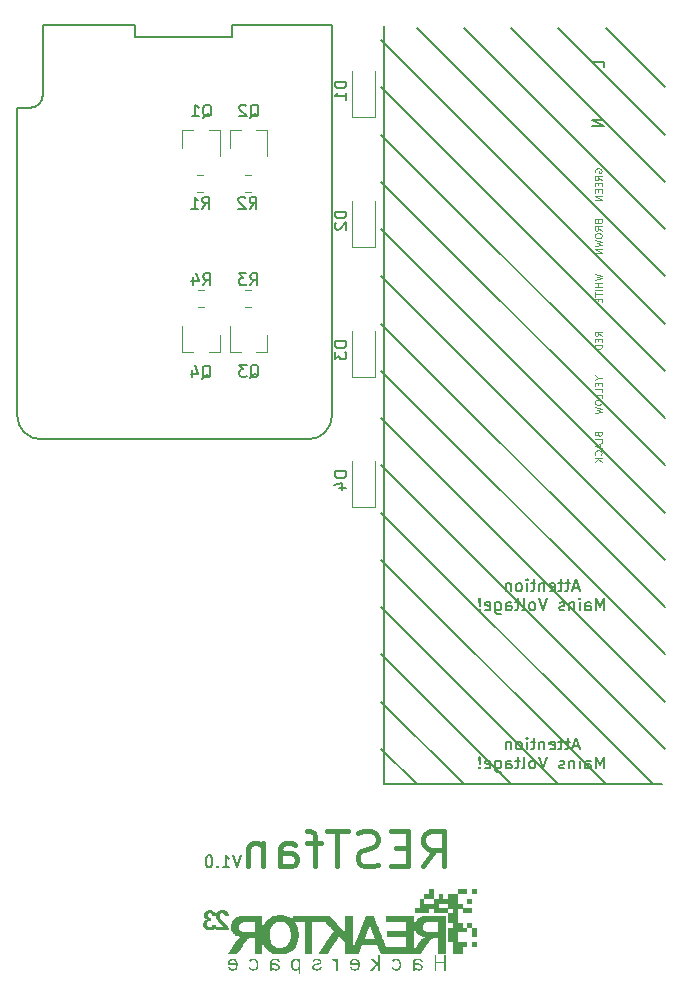
<source format=gbr>
G04 #@! TF.GenerationSoftware,KiCad,Pcbnew,(5.99.0-1932-g3091bb145)*
G04 #@! TF.CreationDate,2020-07-21T07:54:25+02:00*
G04 #@! TF.ProjectId,RESTfan,52455354-6661-46e2-9e6b-696361645f70,rev?*
G04 #@! TF.SameCoordinates,Original*
G04 #@! TF.FileFunction,Legend,Bot*
G04 #@! TF.FilePolarity,Positive*
%FSLAX46Y46*%
G04 Gerber Fmt 4.6, Leading zero omitted, Abs format (unit mm)*
G04 Created by KiCad (PCBNEW (5.99.0-1932-g3091bb145)) date 2020-07-21 07:54:25*
%MOMM*%
%LPD*%
G01*
G04 APERTURE LIST*
%ADD10C,0.200000*%
%ADD11C,0.150000*%
%ADD12C,0.100000*%
%ADD13C,0.400000*%
%ADD14C,0.120000*%
G04 APERTURE END LIST*
D10*
X84000000Y-93000000D02*
X81000000Y-90000000D01*
X88000000Y-93000000D02*
X81000000Y-86000000D01*
X92000000Y-93000000D02*
X81000000Y-82000000D01*
X96000000Y-93000000D02*
X81000000Y-78000000D01*
X100000000Y-93000000D02*
X81000000Y-74000000D01*
X104000000Y-93000000D02*
X81000000Y-70000000D01*
X105000000Y-90000000D02*
X81000000Y-66000000D01*
X105000000Y-86000000D02*
X81000000Y-62000000D01*
X105000000Y-82000000D02*
X81000000Y-58000000D01*
X105000000Y-78000000D02*
X81000000Y-54000000D01*
X105000000Y-74000000D02*
X81000000Y-50000000D01*
X105000000Y-70000000D02*
X81000000Y-46000000D01*
X105000000Y-66000000D02*
X81000000Y-42000000D01*
X105000000Y-62000000D02*
X81000000Y-38000000D01*
X81000000Y-34000000D02*
X105000000Y-58000000D01*
X81000000Y-30000000D02*
X105000000Y-54000000D01*
X84000000Y-29000000D02*
X105000000Y-50000000D01*
X88000000Y-29000000D02*
X105000000Y-46000000D01*
X92000000Y-29000000D02*
X105000000Y-42000000D01*
X96000000Y-29000000D02*
X105000000Y-38000000D01*
X100000000Y-29000000D02*
X105000000Y-34000000D01*
D11*
X69087809Y-99020380D02*
X68754476Y-100020380D01*
X68421142Y-99020380D01*
X67564000Y-100020380D02*
X68135428Y-100020380D01*
X67849714Y-100020380D02*
X67849714Y-99020380D01*
X67944952Y-99163238D01*
X68040190Y-99258476D01*
X68135428Y-99306095D01*
X67135428Y-99925142D02*
X67087809Y-99972761D01*
X67135428Y-100020380D01*
X67183047Y-99972761D01*
X67135428Y-99925142D01*
X67135428Y-100020380D01*
X66468761Y-99020380D02*
X66373523Y-99020380D01*
X66278285Y-99068000D01*
X66230666Y-99115619D01*
X66183047Y-99210857D01*
X66135428Y-99401333D01*
X66135428Y-99639428D01*
X66183047Y-99829904D01*
X66230666Y-99925142D01*
X66278285Y-99972761D01*
X66373523Y-100020380D01*
X66468761Y-100020380D01*
X66564000Y-99972761D01*
X66611619Y-99925142D01*
X66659238Y-99829904D01*
X66706857Y-99639428D01*
X66706857Y-99401333D01*
X66659238Y-99210857D01*
X66611619Y-99115619D01*
X66564000Y-99068000D01*
X66468761Y-99020380D01*
X97719047Y-76361666D02*
X97242857Y-76361666D01*
X97814285Y-76647380D02*
X97480952Y-75647380D01*
X97147619Y-76647380D01*
X96957142Y-75980714D02*
X96576190Y-75980714D01*
X96814285Y-75647380D02*
X96814285Y-76504523D01*
X96766666Y-76599761D01*
X96671428Y-76647380D01*
X96576190Y-76647380D01*
X96385714Y-75980714D02*
X96004761Y-75980714D01*
X96242857Y-75647380D02*
X96242857Y-76504523D01*
X96195238Y-76599761D01*
X96100000Y-76647380D01*
X96004761Y-76647380D01*
X95290476Y-76599761D02*
X95385714Y-76647380D01*
X95576190Y-76647380D01*
X95671428Y-76599761D01*
X95719047Y-76504523D01*
X95719047Y-76123571D01*
X95671428Y-76028333D01*
X95576190Y-75980714D01*
X95385714Y-75980714D01*
X95290476Y-76028333D01*
X95242857Y-76123571D01*
X95242857Y-76218809D01*
X95719047Y-76314047D01*
X94814285Y-75980714D02*
X94814285Y-76647380D01*
X94814285Y-76075952D02*
X94766666Y-76028333D01*
X94671428Y-75980714D01*
X94528571Y-75980714D01*
X94433333Y-76028333D01*
X94385714Y-76123571D01*
X94385714Y-76647380D01*
X94052380Y-75980714D02*
X93671428Y-75980714D01*
X93909523Y-75647380D02*
X93909523Y-76504523D01*
X93861904Y-76599761D01*
X93766666Y-76647380D01*
X93671428Y-76647380D01*
X93338095Y-76647380D02*
X93338095Y-75980714D01*
X93338095Y-75647380D02*
X93385714Y-75695000D01*
X93338095Y-75742619D01*
X93290476Y-75695000D01*
X93338095Y-75647380D01*
X93338095Y-75742619D01*
X92719047Y-76647380D02*
X92814285Y-76599761D01*
X92861904Y-76552142D01*
X92909523Y-76456904D01*
X92909523Y-76171190D01*
X92861904Y-76075952D01*
X92814285Y-76028333D01*
X92719047Y-75980714D01*
X92576190Y-75980714D01*
X92480952Y-76028333D01*
X92433333Y-76075952D01*
X92385714Y-76171190D01*
X92385714Y-76456904D01*
X92433333Y-76552142D01*
X92480952Y-76599761D01*
X92576190Y-76647380D01*
X92719047Y-76647380D01*
X91957142Y-75980714D02*
X91957142Y-76647380D01*
X91957142Y-76075952D02*
X91909523Y-76028333D01*
X91814285Y-75980714D01*
X91671428Y-75980714D01*
X91576190Y-76028333D01*
X91528571Y-76123571D01*
X91528571Y-76647380D01*
X99861904Y-78257380D02*
X99861904Y-77257380D01*
X99528571Y-77971666D01*
X99195238Y-77257380D01*
X99195238Y-78257380D01*
X98290476Y-78257380D02*
X98290476Y-77733571D01*
X98338095Y-77638333D01*
X98433333Y-77590714D01*
X98623809Y-77590714D01*
X98719047Y-77638333D01*
X98290476Y-78209761D02*
X98385714Y-78257380D01*
X98623809Y-78257380D01*
X98719047Y-78209761D01*
X98766666Y-78114523D01*
X98766666Y-78019285D01*
X98719047Y-77924047D01*
X98623809Y-77876428D01*
X98385714Y-77876428D01*
X98290476Y-77828809D01*
X97814285Y-78257380D02*
X97814285Y-77590714D01*
X97814285Y-77257380D02*
X97861904Y-77305000D01*
X97814285Y-77352619D01*
X97766666Y-77305000D01*
X97814285Y-77257380D01*
X97814285Y-77352619D01*
X97338095Y-77590714D02*
X97338095Y-78257380D01*
X97338095Y-77685952D02*
X97290476Y-77638333D01*
X97195238Y-77590714D01*
X97052380Y-77590714D01*
X96957142Y-77638333D01*
X96909523Y-77733571D01*
X96909523Y-78257380D01*
X96480952Y-78209761D02*
X96385714Y-78257380D01*
X96195238Y-78257380D01*
X96100000Y-78209761D01*
X96052380Y-78114523D01*
X96052380Y-78066904D01*
X96100000Y-77971666D01*
X96195238Y-77924047D01*
X96338095Y-77924047D01*
X96433333Y-77876428D01*
X96480952Y-77781190D01*
X96480952Y-77733571D01*
X96433333Y-77638333D01*
X96338095Y-77590714D01*
X96195238Y-77590714D01*
X96100000Y-77638333D01*
X95004761Y-77257380D02*
X94671428Y-78257380D01*
X94338095Y-77257380D01*
X93861904Y-78257380D02*
X93957142Y-78209761D01*
X94004761Y-78162142D01*
X94052380Y-78066904D01*
X94052380Y-77781190D01*
X94004761Y-77685952D01*
X93957142Y-77638333D01*
X93861904Y-77590714D01*
X93719047Y-77590714D01*
X93623809Y-77638333D01*
X93576190Y-77685952D01*
X93528571Y-77781190D01*
X93528571Y-78066904D01*
X93576190Y-78162142D01*
X93623809Y-78209761D01*
X93719047Y-78257380D01*
X93861904Y-78257380D01*
X92957142Y-78257380D02*
X93052380Y-78209761D01*
X93100000Y-78114523D01*
X93100000Y-77257380D01*
X92719047Y-77590714D02*
X92338095Y-77590714D01*
X92576190Y-77257380D02*
X92576190Y-78114523D01*
X92528571Y-78209761D01*
X92433333Y-78257380D01*
X92338095Y-78257380D01*
X91576190Y-78257380D02*
X91576190Y-77733571D01*
X91623809Y-77638333D01*
X91719047Y-77590714D01*
X91909523Y-77590714D01*
X92004761Y-77638333D01*
X91576190Y-78209761D02*
X91671428Y-78257380D01*
X91909523Y-78257380D01*
X92004761Y-78209761D01*
X92052380Y-78114523D01*
X92052380Y-78019285D01*
X92004761Y-77924047D01*
X91909523Y-77876428D01*
X91671428Y-77876428D01*
X91576190Y-77828809D01*
X90671428Y-77590714D02*
X90671428Y-78400238D01*
X90719047Y-78495476D01*
X90766666Y-78543095D01*
X90861904Y-78590714D01*
X91004761Y-78590714D01*
X91100000Y-78543095D01*
X90671428Y-78209761D02*
X90766666Y-78257380D01*
X90957142Y-78257380D01*
X91052380Y-78209761D01*
X91100000Y-78162142D01*
X91147619Y-78066904D01*
X91147619Y-77781190D01*
X91100000Y-77685952D01*
X91052380Y-77638333D01*
X90957142Y-77590714D01*
X90766666Y-77590714D01*
X90671428Y-77638333D01*
X89814285Y-78209761D02*
X89909523Y-78257380D01*
X90100000Y-78257380D01*
X90195238Y-78209761D01*
X90242857Y-78114523D01*
X90242857Y-77733571D01*
X90195238Y-77638333D01*
X90100000Y-77590714D01*
X89909523Y-77590714D01*
X89814285Y-77638333D01*
X89766666Y-77733571D01*
X89766666Y-77828809D01*
X90242857Y-77924047D01*
X89338095Y-78162142D02*
X89290476Y-78209761D01*
X89338095Y-78257380D01*
X89385714Y-78209761D01*
X89338095Y-78162142D01*
X89338095Y-78257380D01*
X89338095Y-77876428D02*
X89385714Y-77305000D01*
X89338095Y-77257380D01*
X89290476Y-77305000D01*
X89338095Y-77876428D01*
X89338095Y-77257380D01*
D10*
X81200000Y-93000000D02*
X81200000Y-28800000D01*
X104800000Y-93000000D02*
X81200000Y-93000000D01*
D11*
X97719047Y-89761666D02*
X97242857Y-89761666D01*
X97814285Y-90047380D02*
X97480952Y-89047380D01*
X97147619Y-90047380D01*
X96957142Y-89380714D02*
X96576190Y-89380714D01*
X96814285Y-89047380D02*
X96814285Y-89904523D01*
X96766666Y-89999761D01*
X96671428Y-90047380D01*
X96576190Y-90047380D01*
X96385714Y-89380714D02*
X96004761Y-89380714D01*
X96242857Y-89047380D02*
X96242857Y-89904523D01*
X96195238Y-89999761D01*
X96100000Y-90047380D01*
X96004761Y-90047380D01*
X95290476Y-89999761D02*
X95385714Y-90047380D01*
X95576190Y-90047380D01*
X95671428Y-89999761D01*
X95719047Y-89904523D01*
X95719047Y-89523571D01*
X95671428Y-89428333D01*
X95576190Y-89380714D01*
X95385714Y-89380714D01*
X95290476Y-89428333D01*
X95242857Y-89523571D01*
X95242857Y-89618809D01*
X95719047Y-89714047D01*
X94814285Y-89380714D02*
X94814285Y-90047380D01*
X94814285Y-89475952D02*
X94766666Y-89428333D01*
X94671428Y-89380714D01*
X94528571Y-89380714D01*
X94433333Y-89428333D01*
X94385714Y-89523571D01*
X94385714Y-90047380D01*
X94052380Y-89380714D02*
X93671428Y-89380714D01*
X93909523Y-89047380D02*
X93909523Y-89904523D01*
X93861904Y-89999761D01*
X93766666Y-90047380D01*
X93671428Y-90047380D01*
X93338095Y-90047380D02*
X93338095Y-89380714D01*
X93338095Y-89047380D02*
X93385714Y-89095000D01*
X93338095Y-89142619D01*
X93290476Y-89095000D01*
X93338095Y-89047380D01*
X93338095Y-89142619D01*
X92719047Y-90047380D02*
X92814285Y-89999761D01*
X92861904Y-89952142D01*
X92909523Y-89856904D01*
X92909523Y-89571190D01*
X92861904Y-89475952D01*
X92814285Y-89428333D01*
X92719047Y-89380714D01*
X92576190Y-89380714D01*
X92480952Y-89428333D01*
X92433333Y-89475952D01*
X92385714Y-89571190D01*
X92385714Y-89856904D01*
X92433333Y-89952142D01*
X92480952Y-89999761D01*
X92576190Y-90047380D01*
X92719047Y-90047380D01*
X91957142Y-89380714D02*
X91957142Y-90047380D01*
X91957142Y-89475952D02*
X91909523Y-89428333D01*
X91814285Y-89380714D01*
X91671428Y-89380714D01*
X91576190Y-89428333D01*
X91528571Y-89523571D01*
X91528571Y-90047380D01*
X99861904Y-91657380D02*
X99861904Y-90657380D01*
X99528571Y-91371666D01*
X99195238Y-90657380D01*
X99195238Y-91657380D01*
X98290476Y-91657380D02*
X98290476Y-91133571D01*
X98338095Y-91038333D01*
X98433333Y-90990714D01*
X98623809Y-90990714D01*
X98719047Y-91038333D01*
X98290476Y-91609761D02*
X98385714Y-91657380D01*
X98623809Y-91657380D01*
X98719047Y-91609761D01*
X98766666Y-91514523D01*
X98766666Y-91419285D01*
X98719047Y-91324047D01*
X98623809Y-91276428D01*
X98385714Y-91276428D01*
X98290476Y-91228809D01*
X97814285Y-91657380D02*
X97814285Y-90990714D01*
X97814285Y-90657380D02*
X97861904Y-90705000D01*
X97814285Y-90752619D01*
X97766666Y-90705000D01*
X97814285Y-90657380D01*
X97814285Y-90752619D01*
X97338095Y-90990714D02*
X97338095Y-91657380D01*
X97338095Y-91085952D02*
X97290476Y-91038333D01*
X97195238Y-90990714D01*
X97052380Y-90990714D01*
X96957142Y-91038333D01*
X96909523Y-91133571D01*
X96909523Y-91657380D01*
X96480952Y-91609761D02*
X96385714Y-91657380D01*
X96195238Y-91657380D01*
X96100000Y-91609761D01*
X96052380Y-91514523D01*
X96052380Y-91466904D01*
X96100000Y-91371666D01*
X96195238Y-91324047D01*
X96338095Y-91324047D01*
X96433333Y-91276428D01*
X96480952Y-91181190D01*
X96480952Y-91133571D01*
X96433333Y-91038333D01*
X96338095Y-90990714D01*
X96195238Y-90990714D01*
X96100000Y-91038333D01*
X95004761Y-90657380D02*
X94671428Y-91657380D01*
X94338095Y-90657380D01*
X93861904Y-91657380D02*
X93957142Y-91609761D01*
X94004761Y-91562142D01*
X94052380Y-91466904D01*
X94052380Y-91181190D01*
X94004761Y-91085952D01*
X93957142Y-91038333D01*
X93861904Y-90990714D01*
X93719047Y-90990714D01*
X93623809Y-91038333D01*
X93576190Y-91085952D01*
X93528571Y-91181190D01*
X93528571Y-91466904D01*
X93576190Y-91562142D01*
X93623809Y-91609761D01*
X93719047Y-91657380D01*
X93861904Y-91657380D01*
X92957142Y-91657380D02*
X93052380Y-91609761D01*
X93100000Y-91514523D01*
X93100000Y-90657380D01*
X92719047Y-90990714D02*
X92338095Y-90990714D01*
X92576190Y-90657380D02*
X92576190Y-91514523D01*
X92528571Y-91609761D01*
X92433333Y-91657380D01*
X92338095Y-91657380D01*
X91576190Y-91657380D02*
X91576190Y-91133571D01*
X91623809Y-91038333D01*
X91719047Y-90990714D01*
X91909523Y-90990714D01*
X92004761Y-91038333D01*
X91576190Y-91609761D02*
X91671428Y-91657380D01*
X91909523Y-91657380D01*
X92004761Y-91609761D01*
X92052380Y-91514523D01*
X92052380Y-91419285D01*
X92004761Y-91324047D01*
X91909523Y-91276428D01*
X91671428Y-91276428D01*
X91576190Y-91228809D01*
X90671428Y-90990714D02*
X90671428Y-91800238D01*
X90719047Y-91895476D01*
X90766666Y-91943095D01*
X90861904Y-91990714D01*
X91004761Y-91990714D01*
X91100000Y-91943095D01*
X90671428Y-91609761D02*
X90766666Y-91657380D01*
X90957142Y-91657380D01*
X91052380Y-91609761D01*
X91100000Y-91562142D01*
X91147619Y-91466904D01*
X91147619Y-91181190D01*
X91100000Y-91085952D01*
X91052380Y-91038333D01*
X90957142Y-90990714D01*
X90766666Y-90990714D01*
X90671428Y-91038333D01*
X89814285Y-91609761D02*
X89909523Y-91657380D01*
X90100000Y-91657380D01*
X90195238Y-91609761D01*
X90242857Y-91514523D01*
X90242857Y-91133571D01*
X90195238Y-91038333D01*
X90100000Y-90990714D01*
X89909523Y-90990714D01*
X89814285Y-91038333D01*
X89766666Y-91133571D01*
X89766666Y-91228809D01*
X90242857Y-91324047D01*
X89338095Y-91562142D02*
X89290476Y-91609761D01*
X89338095Y-91657380D01*
X89385714Y-91609761D01*
X89338095Y-91562142D01*
X89338095Y-91657380D01*
X89338095Y-91276428D02*
X89385714Y-90705000D01*
X89338095Y-90657380D01*
X89290476Y-90705000D01*
X89338095Y-91276428D01*
X89338095Y-90657380D01*
D12*
X99357142Y-63342857D02*
X99385714Y-63428571D01*
X99414285Y-63457142D01*
X99471428Y-63485714D01*
X99557142Y-63485714D01*
X99614285Y-63457142D01*
X99642857Y-63428571D01*
X99671428Y-63371428D01*
X99671428Y-63142857D01*
X99071428Y-63142857D01*
X99071428Y-63342857D01*
X99100000Y-63400000D01*
X99128571Y-63428571D01*
X99185714Y-63457142D01*
X99242857Y-63457142D01*
X99300000Y-63428571D01*
X99328571Y-63400000D01*
X99357142Y-63342857D01*
X99357142Y-63142857D01*
X99671428Y-64028571D02*
X99671428Y-63742857D01*
X99071428Y-63742857D01*
X99500000Y-64200000D02*
X99500000Y-64485714D01*
X99671428Y-64142857D02*
X99071428Y-64342857D01*
X99671428Y-64542857D01*
X99614285Y-65085714D02*
X99642857Y-65057142D01*
X99671428Y-64971428D01*
X99671428Y-64914285D01*
X99642857Y-64828571D01*
X99585714Y-64771428D01*
X99528571Y-64742857D01*
X99414285Y-64714285D01*
X99328571Y-64714285D01*
X99214285Y-64742857D01*
X99157142Y-64771428D01*
X99100000Y-64828571D01*
X99071428Y-64914285D01*
X99071428Y-64971428D01*
X99100000Y-65057142D01*
X99128571Y-65085714D01*
X99671428Y-65342857D02*
X99071428Y-65342857D01*
X99671428Y-65685714D02*
X99328571Y-65428571D01*
X99071428Y-65685714D02*
X99414285Y-65342857D01*
X99385714Y-58585714D02*
X99671428Y-58585714D01*
X99071428Y-58385714D02*
X99385714Y-58585714D01*
X99071428Y-58785714D01*
X99357142Y-58985714D02*
X99357142Y-59185714D01*
X99671428Y-59271428D02*
X99671428Y-58985714D01*
X99071428Y-58985714D01*
X99071428Y-59271428D01*
X99671428Y-59814285D02*
X99671428Y-59528571D01*
X99071428Y-59528571D01*
X99671428Y-60300000D02*
X99671428Y-60014285D01*
X99071428Y-60014285D01*
X99071428Y-60614285D02*
X99071428Y-60728571D01*
X99100000Y-60785714D01*
X99157142Y-60842857D01*
X99271428Y-60871428D01*
X99471428Y-60871428D01*
X99585714Y-60842857D01*
X99642857Y-60785714D01*
X99671428Y-60728571D01*
X99671428Y-60614285D01*
X99642857Y-60557142D01*
X99585714Y-60500000D01*
X99471428Y-60471428D01*
X99271428Y-60471428D01*
X99157142Y-60500000D01*
X99100000Y-60557142D01*
X99071428Y-60614285D01*
X99071428Y-61071428D02*
X99671428Y-61214285D01*
X99242857Y-61328571D01*
X99671428Y-61442857D01*
X99071428Y-61585714D01*
X99671428Y-55014285D02*
X99385714Y-54814285D01*
X99671428Y-54671428D02*
X99071428Y-54671428D01*
X99071428Y-54900000D01*
X99100000Y-54957142D01*
X99128571Y-54985714D01*
X99185714Y-55014285D01*
X99271428Y-55014285D01*
X99328571Y-54985714D01*
X99357142Y-54957142D01*
X99385714Y-54900000D01*
X99385714Y-54671428D01*
X99357142Y-55271428D02*
X99357142Y-55471428D01*
X99671428Y-55557142D02*
X99671428Y-55271428D01*
X99071428Y-55271428D01*
X99071428Y-55557142D01*
X99671428Y-55814285D02*
X99071428Y-55814285D01*
X99071428Y-55957142D01*
X99100000Y-56042857D01*
X99157142Y-56100000D01*
X99214285Y-56128571D01*
X99328571Y-56157142D01*
X99414285Y-56157142D01*
X99528571Y-56128571D01*
X99585714Y-56100000D01*
X99642857Y-56042857D01*
X99671428Y-55957142D01*
X99671428Y-55814285D01*
X99071428Y-49785714D02*
X99671428Y-49928571D01*
X99242857Y-50042857D01*
X99671428Y-50157142D01*
X99071428Y-50300000D01*
X99671428Y-50528571D02*
X99071428Y-50528571D01*
X99357142Y-50528571D02*
X99357142Y-50871428D01*
X99671428Y-50871428D02*
X99071428Y-50871428D01*
X99671428Y-51157142D02*
X99071428Y-51157142D01*
X99071428Y-51357142D02*
X99071428Y-51700000D01*
X99671428Y-51528571D02*
X99071428Y-51528571D01*
X99357142Y-51900000D02*
X99357142Y-52100000D01*
X99671428Y-52185714D02*
X99671428Y-51900000D01*
X99071428Y-51900000D01*
X99071428Y-52185714D01*
X99357142Y-45371428D02*
X99385714Y-45457142D01*
X99414285Y-45485714D01*
X99471428Y-45514285D01*
X99557142Y-45514285D01*
X99614285Y-45485714D01*
X99642857Y-45457142D01*
X99671428Y-45400000D01*
X99671428Y-45171428D01*
X99071428Y-45171428D01*
X99071428Y-45371428D01*
X99100000Y-45428571D01*
X99128571Y-45457142D01*
X99185714Y-45485714D01*
X99242857Y-45485714D01*
X99300000Y-45457142D01*
X99328571Y-45428571D01*
X99357142Y-45371428D01*
X99357142Y-45171428D01*
X99671428Y-46114285D02*
X99385714Y-45914285D01*
X99671428Y-45771428D02*
X99071428Y-45771428D01*
X99071428Y-46000000D01*
X99100000Y-46057142D01*
X99128571Y-46085714D01*
X99185714Y-46114285D01*
X99271428Y-46114285D01*
X99328571Y-46085714D01*
X99357142Y-46057142D01*
X99385714Y-46000000D01*
X99385714Y-45771428D01*
X99071428Y-46485714D02*
X99071428Y-46600000D01*
X99100000Y-46657142D01*
X99157142Y-46714285D01*
X99271428Y-46742857D01*
X99471428Y-46742857D01*
X99585714Y-46714285D01*
X99642857Y-46657142D01*
X99671428Y-46600000D01*
X99671428Y-46485714D01*
X99642857Y-46428571D01*
X99585714Y-46371428D01*
X99471428Y-46342857D01*
X99271428Y-46342857D01*
X99157142Y-46371428D01*
X99100000Y-46428571D01*
X99071428Y-46485714D01*
X99071428Y-46942857D02*
X99671428Y-47085714D01*
X99242857Y-47200000D01*
X99671428Y-47314285D01*
X99071428Y-47457142D01*
X99671428Y-47685714D02*
X99071428Y-47685714D01*
X99671428Y-48028571D01*
X99071428Y-48028571D01*
X99100000Y-41200000D02*
X99071428Y-41142857D01*
X99071428Y-41057142D01*
X99100000Y-40971428D01*
X99157142Y-40914285D01*
X99214285Y-40885714D01*
X99328571Y-40857142D01*
X99414285Y-40857142D01*
X99528571Y-40885714D01*
X99585714Y-40914285D01*
X99642857Y-40971428D01*
X99671428Y-41057142D01*
X99671428Y-41114285D01*
X99642857Y-41200000D01*
X99614285Y-41228571D01*
X99414285Y-41228571D01*
X99414285Y-41114285D01*
X99671428Y-41828571D02*
X99385714Y-41628571D01*
X99671428Y-41485714D02*
X99071428Y-41485714D01*
X99071428Y-41714285D01*
X99100000Y-41771428D01*
X99128571Y-41800000D01*
X99185714Y-41828571D01*
X99271428Y-41828571D01*
X99328571Y-41800000D01*
X99357142Y-41771428D01*
X99385714Y-41714285D01*
X99385714Y-41485714D01*
X99357142Y-42085714D02*
X99357142Y-42285714D01*
X99671428Y-42371428D02*
X99671428Y-42085714D01*
X99071428Y-42085714D01*
X99071428Y-42371428D01*
X99357142Y-42628571D02*
X99357142Y-42828571D01*
X99671428Y-42914285D02*
X99671428Y-42628571D01*
X99071428Y-42628571D01*
X99071428Y-42914285D01*
X99671428Y-43171428D02*
X99071428Y-43171428D01*
X99671428Y-43514285D01*
X99071428Y-43514285D01*
D11*
X99852380Y-36714285D02*
X98852380Y-36714285D01*
X99852380Y-37285714D01*
X98852380Y-37285714D01*
X99852380Y-32309523D02*
X99852380Y-31833333D01*
X98852380Y-31833333D01*
D13*
X84571428Y-99957142D02*
X85571428Y-98528571D01*
X86285714Y-99957142D02*
X86285714Y-96957142D01*
X85142857Y-96957142D01*
X84857142Y-97100000D01*
X84714285Y-97242857D01*
X84571428Y-97528571D01*
X84571428Y-97957142D01*
X84714285Y-98242857D01*
X84857142Y-98385714D01*
X85142857Y-98528571D01*
X86285714Y-98528571D01*
X83285714Y-98385714D02*
X82285714Y-98385714D01*
X81857142Y-99957142D02*
X83285714Y-99957142D01*
X83285714Y-96957142D01*
X81857142Y-96957142D01*
X80714285Y-99814285D02*
X80285714Y-99957142D01*
X79571428Y-99957142D01*
X79285714Y-99814285D01*
X79142857Y-99671428D01*
X79000000Y-99385714D01*
X79000000Y-99100000D01*
X79142857Y-98814285D01*
X79285714Y-98671428D01*
X79571428Y-98528571D01*
X80142857Y-98385714D01*
X80428571Y-98242857D01*
X80571428Y-98100000D01*
X80714285Y-97814285D01*
X80714285Y-97528571D01*
X80571428Y-97242857D01*
X80428571Y-97100000D01*
X80142857Y-96957142D01*
X79428571Y-96957142D01*
X79000000Y-97100000D01*
X78142857Y-96957142D02*
X76428571Y-96957142D01*
X77285714Y-99957142D02*
X77285714Y-96957142D01*
X75857142Y-97957142D02*
X74714285Y-97957142D01*
X75428571Y-99957142D02*
X75428571Y-97385714D01*
X75285714Y-97100000D01*
X75000000Y-96957142D01*
X74714285Y-96957142D01*
X72428571Y-99957142D02*
X72428571Y-98385714D01*
X72571428Y-98100000D01*
X72857142Y-97957142D01*
X73428571Y-97957142D01*
X73714285Y-98100000D01*
X72428571Y-99814285D02*
X72714285Y-99957142D01*
X73428571Y-99957142D01*
X73714285Y-99814285D01*
X73857142Y-99528571D01*
X73857142Y-99242857D01*
X73714285Y-98957142D01*
X73428571Y-98814285D01*
X72714285Y-98814285D01*
X72428571Y-98671428D01*
X71000000Y-97957142D02*
X71000000Y-99957142D01*
X71000000Y-98242857D02*
X70857142Y-98100000D01*
X70571428Y-97957142D01*
X70142857Y-97957142D01*
X69857142Y-98100000D01*
X69714285Y-98385714D01*
X69714285Y-99957142D01*
D11*
X65916666Y-50744380D02*
X66250000Y-50268190D01*
X66488095Y-50744380D02*
X66488095Y-49744380D01*
X66107142Y-49744380D01*
X66011904Y-49792000D01*
X65964285Y-49839619D01*
X65916666Y-49934857D01*
X65916666Y-50077714D01*
X65964285Y-50172952D01*
X66011904Y-50220571D01*
X66107142Y-50268190D01*
X66488095Y-50268190D01*
X65059523Y-50077714D02*
X65059523Y-50744380D01*
X65297619Y-49696761D02*
X65535714Y-50411047D01*
X64916666Y-50411047D01*
X69916666Y-50744380D02*
X70250000Y-50268190D01*
X70488095Y-50744380D02*
X70488095Y-49744380D01*
X70107142Y-49744380D01*
X70011904Y-49792000D01*
X69964285Y-49839619D01*
X69916666Y-49934857D01*
X69916666Y-50077714D01*
X69964285Y-50172952D01*
X70011904Y-50220571D01*
X70107142Y-50268190D01*
X70488095Y-50268190D01*
X69583333Y-49744380D02*
X68964285Y-49744380D01*
X69297619Y-50125333D01*
X69154761Y-50125333D01*
X69059523Y-50172952D01*
X69011904Y-50220571D01*
X68964285Y-50315809D01*
X68964285Y-50553904D01*
X69011904Y-50649142D01*
X69059523Y-50696761D01*
X69154761Y-50744380D01*
X69440476Y-50744380D01*
X69535714Y-50696761D01*
X69583333Y-50649142D01*
X69854166Y-44267380D02*
X70187500Y-43791190D01*
X70425595Y-44267380D02*
X70425595Y-43267380D01*
X70044642Y-43267380D01*
X69949404Y-43315000D01*
X69901785Y-43362619D01*
X69854166Y-43457857D01*
X69854166Y-43600714D01*
X69901785Y-43695952D01*
X69949404Y-43743571D01*
X70044642Y-43791190D01*
X70425595Y-43791190D01*
X69473214Y-43362619D02*
X69425595Y-43315000D01*
X69330357Y-43267380D01*
X69092261Y-43267380D01*
X68997023Y-43315000D01*
X68949404Y-43362619D01*
X68901785Y-43457857D01*
X68901785Y-43553095D01*
X68949404Y-43695952D01*
X69520833Y-44267380D01*
X68901785Y-44267380D01*
X65854166Y-44267380D02*
X66187500Y-43791190D01*
X66425595Y-44267380D02*
X66425595Y-43267380D01*
X66044642Y-43267380D01*
X65949404Y-43315000D01*
X65901785Y-43362619D01*
X65854166Y-43457857D01*
X65854166Y-43600714D01*
X65901785Y-43695952D01*
X65949404Y-43743571D01*
X66044642Y-43791190D01*
X66425595Y-43791190D01*
X64901785Y-44267380D02*
X65473214Y-44267380D01*
X65187500Y-44267380D02*
X65187500Y-43267380D01*
X65282738Y-43410238D01*
X65377976Y-43505476D01*
X65473214Y-43553095D01*
X65817738Y-58650119D02*
X65912976Y-58602500D01*
X66008214Y-58507261D01*
X66151071Y-58364404D01*
X66246309Y-58316785D01*
X66341547Y-58316785D01*
X66293928Y-58554880D02*
X66389166Y-58507261D01*
X66484404Y-58412023D01*
X66532023Y-58221547D01*
X66532023Y-57888214D01*
X66484404Y-57697738D01*
X66389166Y-57602500D01*
X66293928Y-57554880D01*
X66103452Y-57554880D01*
X66008214Y-57602500D01*
X65912976Y-57697738D01*
X65865357Y-57888214D01*
X65865357Y-58221547D01*
X65912976Y-58412023D01*
X66008214Y-58507261D01*
X66103452Y-58554880D01*
X66293928Y-58554880D01*
X65008214Y-57888214D02*
X65008214Y-58554880D01*
X65246309Y-57507261D02*
X65484404Y-58221547D01*
X64865357Y-58221547D01*
X69881738Y-58586619D02*
X69976976Y-58539000D01*
X70072214Y-58443761D01*
X70215071Y-58300904D01*
X70310309Y-58253285D01*
X70405547Y-58253285D01*
X70357928Y-58491380D02*
X70453166Y-58443761D01*
X70548404Y-58348523D01*
X70596023Y-58158047D01*
X70596023Y-57824714D01*
X70548404Y-57634238D01*
X70453166Y-57539000D01*
X70357928Y-57491380D01*
X70167452Y-57491380D01*
X70072214Y-57539000D01*
X69976976Y-57634238D01*
X69929357Y-57824714D01*
X69929357Y-58158047D01*
X69976976Y-58348523D01*
X70072214Y-58443761D01*
X70167452Y-58491380D01*
X70357928Y-58491380D01*
X69596023Y-57491380D02*
X68976976Y-57491380D01*
X69310309Y-57872333D01*
X69167452Y-57872333D01*
X69072214Y-57919952D01*
X69024595Y-57967571D01*
X68976976Y-58062809D01*
X68976976Y-58300904D01*
X69024595Y-58396142D01*
X69072214Y-58443761D01*
X69167452Y-58491380D01*
X69453166Y-58491380D01*
X69548404Y-58443761D01*
X69596023Y-58396142D01*
X69881738Y-36552119D02*
X69976976Y-36504500D01*
X70072214Y-36409261D01*
X70215071Y-36266404D01*
X70310309Y-36218785D01*
X70405547Y-36218785D01*
X70357928Y-36456880D02*
X70453166Y-36409261D01*
X70548404Y-36314023D01*
X70596023Y-36123547D01*
X70596023Y-35790214D01*
X70548404Y-35599738D01*
X70453166Y-35504500D01*
X70357928Y-35456880D01*
X70167452Y-35456880D01*
X70072214Y-35504500D01*
X69976976Y-35599738D01*
X69929357Y-35790214D01*
X69929357Y-36123547D01*
X69976976Y-36314023D01*
X70072214Y-36409261D01*
X70167452Y-36456880D01*
X70357928Y-36456880D01*
X69548404Y-35552119D02*
X69500785Y-35504500D01*
X69405547Y-35456880D01*
X69167452Y-35456880D01*
X69072214Y-35504500D01*
X69024595Y-35552119D01*
X68976976Y-35647357D01*
X68976976Y-35742595D01*
X69024595Y-35885452D01*
X69596023Y-36456880D01*
X68976976Y-36456880D01*
X65881238Y-36552119D02*
X65976476Y-36504500D01*
X66071714Y-36409261D01*
X66214571Y-36266404D01*
X66309809Y-36218785D01*
X66405047Y-36218785D01*
X66357428Y-36456880D02*
X66452666Y-36409261D01*
X66547904Y-36314023D01*
X66595523Y-36123547D01*
X66595523Y-35790214D01*
X66547904Y-35599738D01*
X66452666Y-35504500D01*
X66357428Y-35456880D01*
X66166952Y-35456880D01*
X66071714Y-35504500D01*
X65976476Y-35599738D01*
X65928857Y-35790214D01*
X65928857Y-36123547D01*
X65976476Y-36314023D01*
X66071714Y-36409261D01*
X66166952Y-36456880D01*
X66357428Y-36456880D01*
X64976476Y-36456880D02*
X65547904Y-36456880D01*
X65262190Y-36456880D02*
X65262190Y-35456880D01*
X65357428Y-35599738D01*
X65452666Y-35694976D01*
X65547904Y-35742595D01*
X78049380Y-66508404D02*
X77049380Y-66508404D01*
X77049380Y-66746500D01*
X77097000Y-66889357D01*
X77192238Y-66984595D01*
X77287476Y-67032214D01*
X77477952Y-67079833D01*
X77620809Y-67079833D01*
X77811285Y-67032214D01*
X77906523Y-66984595D01*
X78001761Y-66889357D01*
X78049380Y-66746500D01*
X78049380Y-66508404D01*
X77382714Y-67936976D02*
X78049380Y-67936976D01*
X77001761Y-67698880D02*
X77716047Y-67460785D01*
X77716047Y-68079833D01*
X78049380Y-55508404D02*
X77049380Y-55508404D01*
X77049380Y-55746500D01*
X77097000Y-55889357D01*
X77192238Y-55984595D01*
X77287476Y-56032214D01*
X77477952Y-56079833D01*
X77620809Y-56079833D01*
X77811285Y-56032214D01*
X77906523Y-55984595D01*
X78001761Y-55889357D01*
X78049380Y-55746500D01*
X78049380Y-55508404D01*
X77049380Y-56413166D02*
X77049380Y-57032214D01*
X77430333Y-56698880D01*
X77430333Y-56841738D01*
X77477952Y-56936976D01*
X77525571Y-56984595D01*
X77620809Y-57032214D01*
X77858904Y-57032214D01*
X77954142Y-56984595D01*
X78001761Y-56936976D01*
X78049380Y-56841738D01*
X78049380Y-56556023D01*
X78001761Y-56460785D01*
X77954142Y-56413166D01*
X78049380Y-44508404D02*
X77049380Y-44508404D01*
X77049380Y-44746500D01*
X77097000Y-44889357D01*
X77192238Y-44984595D01*
X77287476Y-45032214D01*
X77477952Y-45079833D01*
X77620809Y-45079833D01*
X77811285Y-45032214D01*
X77906523Y-44984595D01*
X78001761Y-44889357D01*
X78049380Y-44746500D01*
X78049380Y-44508404D01*
X77144619Y-45460785D02*
X77097000Y-45508404D01*
X77049380Y-45603642D01*
X77049380Y-45841738D01*
X77097000Y-45936976D01*
X77144619Y-45984595D01*
X77239857Y-46032214D01*
X77335095Y-46032214D01*
X77477952Y-45984595D01*
X78049380Y-45413166D01*
X78049380Y-46032214D01*
X78049380Y-33508404D02*
X77049380Y-33508404D01*
X77049380Y-33746500D01*
X77097000Y-33889357D01*
X77192238Y-33984595D01*
X77287476Y-34032214D01*
X77477952Y-34079833D01*
X77620809Y-34079833D01*
X77811285Y-34032214D01*
X77906523Y-33984595D01*
X78001761Y-33889357D01*
X78049380Y-33746500D01*
X78049380Y-33508404D01*
X78049380Y-35032214D02*
X78049380Y-34460785D01*
X78049380Y-34746500D02*
X77049380Y-34746500D01*
X77192238Y-34651261D01*
X77287476Y-34556023D01*
X77335095Y-34460785D01*
G36*
X88893891Y-101903005D02*
G01*
X89094180Y-101906086D01*
X89097261Y-102106375D01*
X89100343Y-102306664D01*
X88693602Y-102306664D01*
X88693602Y-101899923D01*
X88893891Y-101903005D01*
G37*
G36*
X88693602Y-103119102D02*
G01*
X88287383Y-103119102D01*
X88287383Y-102712883D01*
X88693602Y-102712883D01*
X88693602Y-103119102D01*
G37*
G36*
X68052538Y-105088138D02*
G01*
X68055079Y-105093268D01*
X68073771Y-105137110D01*
X68092092Y-105188930D01*
X68107870Y-105241567D01*
X68118931Y-105287860D01*
X68123100Y-105320646D01*
X68123100Y-105353309D01*
X66983429Y-105353309D01*
X66983429Y-105089362D01*
X66951405Y-105139528D01*
X66897260Y-105207712D01*
X66822984Y-105272214D01*
X66737084Y-105324161D01*
X66644913Y-105359708D01*
X66633467Y-105362382D01*
X66592346Y-105368450D01*
X66540521Y-105372883D01*
X66486489Y-105374868D01*
X66410470Y-105372606D01*
X66310164Y-105357370D01*
X66221634Y-105326567D01*
X66140891Y-105278660D01*
X66063943Y-105212112D01*
X66042150Y-105189448D01*
X65983322Y-105114522D01*
X65942295Y-105034968D01*
X65915615Y-104944559D01*
X65909839Y-104912784D01*
X65904327Y-104812314D01*
X65905077Y-104807442D01*
X66242362Y-104807442D01*
X66247207Y-104885444D01*
X66268425Y-104957747D01*
X66304516Y-105019855D01*
X66353983Y-105067269D01*
X66385043Y-105084405D01*
X66446652Y-105101213D01*
X66511616Y-105101513D01*
X66571665Y-105084646D01*
X66627598Y-105047229D01*
X66672818Y-104993304D01*
X66701004Y-104929219D01*
X66706662Y-104909333D01*
X66716099Y-104880680D01*
X66722743Y-104866173D01*
X66724459Y-104865555D01*
X66742861Y-104865242D01*
X66776952Y-104867119D01*
X66821615Y-104870679D01*
X66871733Y-104875417D01*
X66922186Y-104880826D01*
X66967859Y-104886400D01*
X67003632Y-104891633D01*
X67024388Y-104896018D01*
X67027312Y-104897960D01*
X67031381Y-104917571D01*
X67026251Y-104957393D01*
X67011900Y-105017614D01*
X67003550Y-105048645D01*
X67627886Y-105048645D01*
X67607501Y-105013603D01*
X67598907Y-105002165D01*
X67574765Y-104975027D01*
X67538549Y-104936879D01*
X67492763Y-104890298D01*
X67439910Y-104837859D01*
X67382494Y-104782137D01*
X67346565Y-104747400D01*
X67263529Y-104664511D01*
X67195605Y-104592048D01*
X67140800Y-104527575D01*
X67097119Y-104468655D01*
X67062568Y-104412851D01*
X67035152Y-104357726D01*
X67033748Y-104354512D01*
X67007405Y-104280401D01*
X66989826Y-104203369D01*
X66983429Y-104133881D01*
X66983414Y-104128726D01*
X66981622Y-104102932D01*
X66974347Y-104093436D01*
X66958040Y-104094771D01*
X66942371Y-104098124D01*
X66898065Y-104106515D01*
X66849065Y-104114677D01*
X66800749Y-104121843D01*
X66758497Y-104127244D01*
X66727687Y-104130111D01*
X66713696Y-104129676D01*
X66712036Y-104128117D01*
X66704131Y-104110284D01*
X66697416Y-104081303D01*
X66696655Y-104076966D01*
X66675136Y-104019147D01*
X66636379Y-103968882D01*
X66585344Y-103932748D01*
X66566264Y-103924499D01*
X66503911Y-103910689D01*
X66445441Y-103915922D01*
X66393886Y-103937808D01*
X66352277Y-103973955D01*
X66323647Y-104021972D01*
X66311028Y-104079468D01*
X66317450Y-104144052D01*
X66319986Y-104153499D01*
X66347377Y-104216048D01*
X66389767Y-104262553D01*
X66448153Y-104293823D01*
X66523534Y-104310665D01*
X66584367Y-104317815D01*
X66597823Y-104426522D01*
X66602953Y-104468140D01*
X66608656Y-104518381D01*
X66610846Y-104551360D01*
X66609024Y-104570241D01*
X66602687Y-104578187D01*
X66591334Y-104578364D01*
X66574463Y-104573935D01*
X66554754Y-104569840D01*
X66514092Y-104565256D01*
X66470087Y-104563496D01*
X66430769Y-104566367D01*
X66365711Y-104586565D01*
X66312915Y-104625155D01*
X66273668Y-104681030D01*
X66249259Y-104753085D01*
X66242362Y-104807442D01*
X65905077Y-104807442D01*
X65918688Y-104719042D01*
X65951989Y-104634863D01*
X66003296Y-104561673D01*
X66071678Y-104501367D01*
X66156201Y-104455840D01*
X66216551Y-104431312D01*
X66172288Y-104402020D01*
X66127696Y-104368624D01*
X66062009Y-104301017D01*
X66014250Y-104224922D01*
X66004085Y-104202098D01*
X65992181Y-104165429D01*
X65986408Y-104125231D01*
X65984953Y-104072054D01*
X65986176Y-104022919D01*
X65991256Y-103984593D01*
X66002419Y-103949119D01*
X66021898Y-103906500D01*
X66072042Y-103827012D01*
X66140240Y-103757306D01*
X66221884Y-103702606D01*
X66314387Y-103663978D01*
X66415161Y-103642490D01*
X66521615Y-103639210D01*
X66631163Y-103655205D01*
X66687403Y-103671239D01*
X66781920Y-103713939D01*
X66860650Y-103772692D01*
X66923449Y-103847377D01*
X66970172Y-103937874D01*
X66991329Y-103991738D01*
X67021050Y-103926819D01*
X67041525Y-103886449D01*
X67099734Y-103803900D01*
X67172390Y-103738373D01*
X67259781Y-103689692D01*
X67362195Y-103657677D01*
X67479920Y-103642148D01*
X67504807Y-103641026D01*
X67626512Y-103646152D01*
X67735993Y-103669188D01*
X67832421Y-103709586D01*
X67914967Y-103766797D01*
X67982805Y-103840271D01*
X68035105Y-103929461D01*
X68071039Y-104033817D01*
X68081127Y-104077443D01*
X68087920Y-104116959D01*
X68087742Y-104139076D01*
X68080786Y-104146028D01*
X68072960Y-104146605D01*
X68046117Y-104149186D01*
X68005813Y-104153321D01*
X67957396Y-104158441D01*
X67906212Y-104163980D01*
X67857607Y-104169370D01*
X67816928Y-104174042D01*
X67764643Y-104180215D01*
X67756916Y-104126403D01*
X67751070Y-104096024D01*
X67731535Y-104037547D01*
X67704354Y-103988268D01*
X67672799Y-103954860D01*
X67671215Y-103953744D01*
X67613538Y-103925516D01*
X67548963Y-103913447D01*
X67483458Y-103917217D01*
X67422990Y-103936503D01*
X67373527Y-103970983D01*
X67356833Y-103990826D01*
X67329095Y-104044831D01*
X67314520Y-104107749D01*
X67315362Y-104171801D01*
X67320185Y-104199333D01*
X67328127Y-104229966D01*
X67339898Y-104260018D01*
X67357044Y-104291527D01*
X67381110Y-104326531D01*
X67413641Y-104367067D01*
X67456183Y-104415173D01*
X67510281Y-104472886D01*
X67577481Y-104542243D01*
X67659327Y-104625283D01*
X67684395Y-104650636D01*
X67767613Y-104735617D01*
X67836656Y-104807769D01*
X67893299Y-104869180D01*
X67939313Y-104921935D01*
X67976471Y-104968122D01*
X68006546Y-105009827D01*
X68031002Y-105048645D01*
X68031311Y-105049137D01*
X68052538Y-105088138D01*
G37*
G36*
X89099822Y-106752510D02*
G01*
X88693602Y-106752510D01*
X88693602Y-106346290D01*
X89099822Y-106346290D01*
X89099822Y-106752510D01*
G37*
G36*
X85466415Y-102712883D02*
G01*
X84653976Y-102712883D01*
X84653976Y-102306664D01*
X85060195Y-102306664D01*
X85060195Y-101900444D01*
X85466415Y-101900444D01*
X85466415Y-102712883D01*
G37*
G36*
X87881164Y-104732696D02*
G01*
X87881164Y-105127632D01*
X88287383Y-105127632D01*
X88287383Y-104732696D01*
X88693602Y-104732696D01*
X88693602Y-105127111D01*
X88893891Y-105130193D01*
X89094180Y-105133274D01*
X89097143Y-105536672D01*
X89100107Y-105940071D01*
X88693602Y-105940071D01*
X88693602Y-105138916D01*
X88287383Y-105138916D01*
X88287383Y-105545135D01*
X87486228Y-105545135D01*
X87486228Y-106346290D01*
X88287383Y-106346290D01*
X88287383Y-106752510D01*
X87881164Y-106752510D01*
X87881164Y-107361839D01*
X87080008Y-107361839D01*
X87080008Y-106346290D01*
X86673789Y-106346290D01*
X86673789Y-105127632D01*
X87080008Y-105127632D01*
X87080008Y-104732696D01*
X86673789Y-104732696D01*
X86673789Y-103920258D01*
X87080008Y-103920258D01*
X87080008Y-103525322D01*
X86673789Y-103525322D01*
X86673789Y-103920258D01*
X85466415Y-103920258D01*
X85466415Y-103525322D01*
X85060195Y-103525322D01*
X85060195Y-103920258D01*
X83852821Y-103920258D01*
X83852821Y-103514038D01*
X84247756Y-103514038D01*
X85872634Y-103514038D01*
X86673789Y-103514038D01*
X86673789Y-103119102D01*
X85872634Y-103119102D01*
X85872634Y-103514038D01*
X84247756Y-103514038D01*
X84247756Y-102712883D01*
X84653455Y-102712883D01*
X84656536Y-102913172D01*
X84659618Y-103113461D01*
X85055351Y-103116424D01*
X85135719Y-103116865D01*
X85221984Y-103116955D01*
X85298767Y-103116626D01*
X85363453Y-103115908D01*
X85413423Y-103114831D01*
X85446061Y-103113425D01*
X85458750Y-103111722D01*
X85460814Y-103102405D01*
X85463048Y-103073543D01*
X85464822Y-103029053D01*
X85465992Y-102972755D01*
X85466415Y-102908470D01*
X85466415Y-102712883D01*
X85861350Y-102712883D01*
X85861350Y-102306664D01*
X86267570Y-102306664D01*
X86267570Y-102712883D01*
X86673789Y-102712883D01*
X86673789Y-102306664D01*
X87474423Y-102306664D01*
X87477505Y-102106375D01*
X87480586Y-101906086D01*
X87883985Y-101903123D01*
X88287383Y-101900159D01*
X88287383Y-102306664D01*
X87486228Y-102306664D01*
X87486228Y-103119102D01*
X87881164Y-103119102D01*
X87881164Y-103514038D01*
X88693602Y-103514038D01*
X88693602Y-103920258D01*
X87881164Y-103920258D01*
X87881164Y-103525322D01*
X87486228Y-103525322D01*
X87486228Y-104732696D01*
X87881164Y-104732696D01*
G37*
G36*
X73998953Y-105929277D02*
G01*
X73983107Y-106094303D01*
X73957181Y-106245672D01*
X73944585Y-106298633D01*
X73905659Y-106427650D01*
X73856558Y-106554604D01*
X73800089Y-106672684D01*
X73739059Y-106775078D01*
X73657041Y-106884862D01*
X73536899Y-107013224D01*
X73402494Y-107124484D01*
X73254624Y-107218150D01*
X73094088Y-107293736D01*
X72921683Y-107350752D01*
X72738205Y-107388708D01*
X72704011Y-107393366D01*
X72577349Y-107404031D01*
X72441358Y-107406666D01*
X72302237Y-107401616D01*
X72166186Y-107389225D01*
X72039404Y-107369835D01*
X71928090Y-107343791D01*
X71874060Y-107327153D01*
X71707812Y-107261313D01*
X71554921Y-107177519D01*
X71415933Y-107076336D01*
X71291394Y-106958329D01*
X71181848Y-106824063D01*
X71087842Y-106674104D01*
X71009920Y-106509016D01*
X70948630Y-106329365D01*
X70923111Y-106239094D01*
X70922306Y-106800466D01*
X70921501Y-107361839D01*
X70267036Y-107361839D01*
X70267036Y-106007774D01*
X70157019Y-106007867D01*
X70096913Y-106008590D01*
X69985118Y-106014736D01*
X69890664Y-106027709D01*
X69810528Y-106048184D01*
X69741688Y-106076840D01*
X69681120Y-106114351D01*
X69671957Y-106121220D01*
X69653133Y-106136512D01*
X69633926Y-106154234D01*
X69613231Y-106175873D01*
X69589948Y-106202915D01*
X69562971Y-106236845D01*
X69531198Y-106279150D01*
X69493527Y-106331316D01*
X69448853Y-106394830D01*
X69396074Y-106471176D01*
X69334086Y-106561843D01*
X69261788Y-106668314D01*
X69178074Y-106792078D01*
X69152262Y-106830274D01*
X69088517Y-106924498D01*
X69028370Y-107013261D01*
X68973109Y-107094671D01*
X68924024Y-107166835D01*
X68882402Y-107227859D01*
X68849532Y-107275851D01*
X68826703Y-107308918D01*
X68815203Y-107325166D01*
X68787701Y-107361839D01*
X68403416Y-107361839D01*
X68363932Y-107361825D01*
X68266386Y-107361608D01*
X68188664Y-107361062D01*
X68128740Y-107360105D01*
X68084586Y-107358652D01*
X68054176Y-107356618D01*
X68035481Y-107353922D01*
X68026475Y-107350478D01*
X68025131Y-107346203D01*
X68025912Y-107344444D01*
X68036609Y-107325197D01*
X68057726Y-107289783D01*
X68087790Y-107240534D01*
X68125326Y-107179783D01*
X68168863Y-107109865D01*
X68216927Y-107033110D01*
X68268046Y-106951853D01*
X68320745Y-106868425D01*
X68373553Y-106785161D01*
X68424996Y-106704392D01*
X68473601Y-106628453D01*
X68517895Y-106559675D01*
X68556405Y-106500391D01*
X68587658Y-106452935D01*
X68610181Y-106419639D01*
X68625563Y-106397902D01*
X68698339Y-106303823D01*
X68778494Y-106212313D01*
X68861722Y-106127805D01*
X68943716Y-106054734D01*
X69020168Y-105997534D01*
X69043572Y-105982018D01*
X69078775Y-105958519D01*
X69103737Y-105941646D01*
X69114155Y-105934292D01*
X69108594Y-105931234D01*
X69086222Y-105925077D01*
X69052094Y-105917604D01*
X69023831Y-105911692D01*
X68871276Y-105869485D01*
X68736297Y-105813282D01*
X68618599Y-105742838D01*
X68581686Y-105711712D01*
X71554433Y-105711712D01*
X71558524Y-105856636D01*
X71571471Y-105997554D01*
X71593090Y-106128807D01*
X71623199Y-106244736D01*
X71634992Y-106279257D01*
X71692739Y-106409226D01*
X71766352Y-106524749D01*
X71854697Y-106624688D01*
X71956637Y-106707905D01*
X72071037Y-106773261D01*
X72196763Y-106819618D01*
X72216429Y-106824525D01*
X72278366Y-106835606D01*
X72350327Y-106843985D01*
X72424315Y-106849042D01*
X72492331Y-106850158D01*
X72546379Y-106846713D01*
X72566141Y-106843871D01*
X72704124Y-106811936D01*
X72830719Y-106760813D01*
X72945037Y-106691252D01*
X73046187Y-106604002D01*
X73133282Y-106499815D01*
X73205430Y-106379438D01*
X73261743Y-106243623D01*
X73281984Y-106176883D01*
X73303308Y-106082168D01*
X73317772Y-105979445D01*
X73325984Y-105864050D01*
X73328551Y-105731319D01*
X73326692Y-105619533D01*
X73319462Y-105504210D01*
X73306107Y-105401256D01*
X73285920Y-105305441D01*
X73258192Y-105211535D01*
X73241403Y-105165314D01*
X73180964Y-105039910D01*
X73104614Y-104929744D01*
X73013609Y-104835646D01*
X72909207Y-104758442D01*
X72792665Y-104698959D01*
X72665238Y-104658026D01*
X72528185Y-104636471D01*
X72382763Y-104635120D01*
X72362431Y-104636488D01*
X72233947Y-104652853D01*
X72120616Y-104682600D01*
X72018766Y-104727288D01*
X71924726Y-104788474D01*
X71834826Y-104867718D01*
X71795824Y-104908793D01*
X71727025Y-104996542D01*
X71671975Y-105092108D01*
X71628243Y-105200093D01*
X71593401Y-105325100D01*
X71573553Y-105432484D01*
X71567435Y-105491180D01*
X71559382Y-105568442D01*
X71554433Y-105711712D01*
X68581686Y-105711712D01*
X68517884Y-105657913D01*
X68433857Y-105558262D01*
X68366222Y-105443644D01*
X68314682Y-105313816D01*
X68301041Y-105258174D01*
X68289482Y-105177919D01*
X68283070Y-105088462D01*
X68282513Y-105037800D01*
X68955382Y-105037800D01*
X68959611Y-105143919D01*
X68966856Y-105186835D01*
X68995929Y-105271089D01*
X69042770Y-105341658D01*
X69106930Y-105398099D01*
X69187959Y-105439965D01*
X69285407Y-105466811D01*
X69301350Y-105468978D01*
X69344960Y-105472507D01*
X69407917Y-105475832D01*
X69488205Y-105478882D01*
X69583803Y-105481584D01*
X69692695Y-105483867D01*
X69812861Y-105485659D01*
X70267036Y-105491180D01*
X70267036Y-104676277D01*
X69812861Y-104676362D01*
X69713183Y-104676623D01*
X69608299Y-104677460D01*
X69513530Y-104678818D01*
X69431366Y-104680642D01*
X69364297Y-104682873D01*
X69314814Y-104685457D01*
X69285407Y-104688336D01*
X69202633Y-104708054D01*
X69118558Y-104745600D01*
X69051447Y-104797835D01*
X69001648Y-104864271D01*
X68969511Y-104944422D01*
X68955382Y-105037800D01*
X68282513Y-105037800D01*
X68282061Y-104996771D01*
X68286706Y-104909816D01*
X68297259Y-104834564D01*
X68332401Y-104706697D01*
X68388274Y-104580028D01*
X68462113Y-104465962D01*
X68553116Y-104365971D01*
X68641919Y-104294811D01*
X68743882Y-104236898D01*
X68859137Y-104193516D01*
X68990666Y-104163282D01*
X68997914Y-104162053D01*
X69046006Y-104154620D01*
X69096791Y-104148159D01*
X69152076Y-104142609D01*
X69213665Y-104137907D01*
X69283368Y-104133992D01*
X69362989Y-104130800D01*
X69454337Y-104128270D01*
X69559217Y-104126339D01*
X69679436Y-104124945D01*
X69816800Y-104124027D01*
X69973118Y-104123522D01*
X70150194Y-104123367D01*
X70921501Y-104123367D01*
X70922102Y-104684740D01*
X70922702Y-105246113D01*
X70949637Y-105155069D01*
X70990801Y-105029795D01*
X71059210Y-104867208D01*
X71140232Y-104721469D01*
X71235070Y-104590760D01*
X71344926Y-104473263D01*
X71471004Y-104367161D01*
X71551511Y-104311343D01*
X71702745Y-104227513D01*
X71866518Y-104161085D01*
X72041183Y-104112476D01*
X72225096Y-104082103D01*
X72416611Y-104070381D01*
X72614082Y-104077727D01*
X72692815Y-104085553D01*
X72852782Y-104109953D01*
X72997308Y-104145389D01*
X73130019Y-104193300D01*
X73254546Y-104255124D01*
X73374516Y-104332298D01*
X73493558Y-104426262D01*
X73550644Y-104475269D01*
X73550644Y-104123367D01*
X76618906Y-104123367D01*
X77270228Y-104831430D01*
X77341271Y-104908624D01*
X77436787Y-105012290D01*
X77527184Y-105110259D01*
X77611333Y-105201319D01*
X77688109Y-105284254D01*
X77756384Y-105357851D01*
X77815032Y-105420895D01*
X77862926Y-105472172D01*
X77898938Y-105510467D01*
X77921942Y-105534566D01*
X77930811Y-105543255D01*
X77931196Y-105542799D01*
X77932795Y-105527498D01*
X77934298Y-105491960D01*
X77935682Y-105438074D01*
X77936920Y-105367726D01*
X77937988Y-105282808D01*
X77938862Y-105185207D01*
X77939517Y-105076811D01*
X77939928Y-104959510D01*
X77940071Y-104835192D01*
X77940071Y-104123367D01*
X78583161Y-104123367D01*
X78588893Y-106859707D01*
X78908900Y-106061339D01*
X79603322Y-106061339D01*
X79607066Y-106065309D01*
X79617045Y-106068460D01*
X79635300Y-106070886D01*
X79663873Y-106072680D01*
X79704805Y-106073938D01*
X79760139Y-106074752D01*
X79831915Y-106075218D01*
X79922176Y-106075428D01*
X80032962Y-106075477D01*
X80050965Y-106075469D01*
X80147918Y-106075140D01*
X80236154Y-106074366D01*
X80313364Y-106073199D01*
X80377239Y-106071691D01*
X80425472Y-106069896D01*
X80455755Y-106067865D01*
X80465778Y-106065652D01*
X80464242Y-106061456D01*
X80455901Y-106038443D01*
X80441009Y-105997256D01*
X80420275Y-105939867D01*
X80394413Y-105868247D01*
X80364134Y-105784367D01*
X80330151Y-105690200D01*
X80293174Y-105587718D01*
X80253916Y-105478890D01*
X80231609Y-105417152D01*
X80193492Y-105312163D01*
X80157956Y-105214912D01*
X80125718Y-105127327D01*
X80097498Y-105051339D01*
X80074013Y-104988878D01*
X80055981Y-104941874D01*
X80044122Y-104912256D01*
X80039153Y-104901955D01*
X80037533Y-104904589D01*
X80028820Y-104924768D01*
X80013419Y-104963212D01*
X79992072Y-105017984D01*
X79965519Y-105087147D01*
X79934503Y-105168764D01*
X79899765Y-105260898D01*
X79862047Y-105361612D01*
X79822090Y-105468969D01*
X79802882Y-105520729D01*
X79763729Y-105626214D01*
X79727156Y-105724718D01*
X79693914Y-105814216D01*
X79664758Y-105892684D01*
X79640440Y-105958094D01*
X79621711Y-106008423D01*
X79609327Y-106041643D01*
X79604038Y-106055731D01*
X79603771Y-106056456D01*
X79603322Y-106061339D01*
X78908900Y-106061339D01*
X79683429Y-104129009D01*
X80028718Y-104126028D01*
X80374007Y-104123046D01*
X80669953Y-104882047D01*
X80726084Y-105026005D01*
X80786719Y-105181519D01*
X80849752Y-105343185D01*
X80913668Y-105507121D01*
X80976954Y-105669444D01*
X81038096Y-105826271D01*
X81095581Y-105973720D01*
X81131421Y-106065652D01*
X81147894Y-106107909D01*
X81193523Y-106224954D01*
X81421146Y-106808861D01*
X82264615Y-106808895D01*
X83108085Y-106808929D01*
X83108085Y-105928787D01*
X81494491Y-105928787D01*
X81494491Y-105387161D01*
X83108085Y-105387161D01*
X83108085Y-104676277D01*
X81370368Y-104676277D01*
X81370368Y-104123367D01*
X83762465Y-104123367D01*
X83765328Y-105580931D01*
X83768192Y-107038495D01*
X83874951Y-106864472D01*
X83910099Y-106807418D01*
X83998098Y-106667180D01*
X84077850Y-106544586D01*
X84150819Y-106437846D01*
X84218471Y-106345168D01*
X84282270Y-106264760D01*
X84343681Y-106194832D01*
X84404167Y-106133592D01*
X84465193Y-106079249D01*
X84528225Y-106030012D01*
X84594726Y-105984088D01*
X84677576Y-105930003D01*
X84634745Y-105922966D01*
X84553500Y-105905611D01*
X84459307Y-105878344D01*
X84365588Y-105844946D01*
X84282233Y-105808623D01*
X84262550Y-105798805D01*
X84212876Y-105771483D01*
X84170357Y-105742621D01*
X84127794Y-105706954D01*
X84077986Y-105659214D01*
X84021803Y-105599473D01*
X83960154Y-105519085D01*
X83913196Y-105435312D01*
X83877046Y-105342026D01*
X83868924Y-105315368D01*
X83838507Y-105170591D01*
X83833006Y-105076855D01*
X84512931Y-105076855D01*
X84513045Y-105103679D01*
X84514571Y-105156038D01*
X84518528Y-105194374D01*
X84525744Y-105224726D01*
X84537045Y-105253136D01*
X84542274Y-105264009D01*
X84591597Y-105338504D01*
X84657062Y-105397411D01*
X84738194Y-105440387D01*
X84834518Y-105467092D01*
X84856543Y-105469773D01*
X84902739Y-105473085D01*
X84967289Y-105476242D01*
X85047845Y-105479160D01*
X85142055Y-105481758D01*
X85247569Y-105483951D01*
X85362039Y-105485659D01*
X85816215Y-105491180D01*
X85816215Y-104676277D01*
X85367681Y-104676501D01*
X85246779Y-104676749D01*
X85135533Y-104677524D01*
X85042585Y-104678971D01*
X84965716Y-104681243D01*
X84902708Y-104684489D01*
X84851342Y-104688859D01*
X84809400Y-104694505D01*
X84774664Y-104701576D01*
X84744916Y-104710224D01*
X84717936Y-104720599D01*
X84693628Y-104732503D01*
X84631425Y-104776184D01*
X84577747Y-104832200D01*
X84539598Y-104893751D01*
X84531441Y-104912913D01*
X84521954Y-104942357D01*
X84516325Y-104975253D01*
X84513626Y-105017964D01*
X84512931Y-105076855D01*
X83833006Y-105076855D01*
X83829899Y-105023924D01*
X83842911Y-104877872D01*
X83877354Y-104734937D01*
X83933041Y-104597622D01*
X83950516Y-104564123D01*
X84023837Y-104452479D01*
X84111673Y-104358076D01*
X84213622Y-104281229D01*
X84329282Y-104222258D01*
X84458252Y-104181480D01*
X84496235Y-104172796D01*
X84532921Y-104164983D01*
X84569019Y-104158205D01*
X84606309Y-104152378D01*
X84646573Y-104147415D01*
X84691591Y-104143233D01*
X84743146Y-104139744D01*
X84803019Y-104136865D01*
X84872990Y-104134510D01*
X84954841Y-104132594D01*
X85050354Y-104131031D01*
X85161309Y-104129736D01*
X85289488Y-104128624D01*
X85436672Y-104127610D01*
X85604642Y-104126609D01*
X86470679Y-104121653D01*
X86470679Y-107362185D01*
X85821857Y-107356197D01*
X85818946Y-106680240D01*
X85816036Y-106004283D01*
X85644046Y-106011787D01*
X85609451Y-106013403D01*
X85517589Y-106019341D01*
X85443208Y-106027702D01*
X85382493Y-106039643D01*
X85331627Y-106056318D01*
X85286794Y-106078884D01*
X85244178Y-106108498D01*
X85199962Y-106146315D01*
X85197496Y-106148582D01*
X85177786Y-106167686D01*
X85156838Y-106190021D01*
X85133631Y-106217005D01*
X85107144Y-106250052D01*
X85076355Y-106290579D01*
X85040244Y-106340003D01*
X84997789Y-106399739D01*
X84947969Y-106471204D01*
X84889764Y-106555814D01*
X84822152Y-106654985D01*
X84744112Y-106770133D01*
X84654623Y-106902674D01*
X84344965Y-107361912D01*
X82642022Y-107359054D01*
X80939080Y-107356197D01*
X80807745Y-106992203D01*
X80676410Y-106628208D01*
X80028772Y-106631119D01*
X79381135Y-106634029D01*
X79104355Y-107356197D01*
X78522213Y-107359120D01*
X77940071Y-107362042D01*
X77939797Y-106873913D01*
X77939524Y-106385784D01*
X77675728Y-106114971D01*
X77599190Y-106036997D01*
X77531906Y-105969812D01*
X77478031Y-105917645D01*
X77438008Y-105880914D01*
X77412280Y-105860040D01*
X77401291Y-105855442D01*
X77400871Y-105855982D01*
X77391868Y-105870278D01*
X77372526Y-105902301D01*
X77343742Y-105950530D01*
X77306414Y-106013447D01*
X77261438Y-106089531D01*
X77209712Y-106177263D01*
X77152133Y-106275124D01*
X77089599Y-106381594D01*
X77023006Y-106495153D01*
X76953251Y-106614282D01*
X76515852Y-107361839D01*
X76099574Y-107361839D01*
X76004663Y-107361588D01*
X75916287Y-107360853D01*
X75838695Y-107359690D01*
X75774243Y-107358155D01*
X75725288Y-107356304D01*
X75694187Y-107354195D01*
X75683296Y-107351883D01*
X75687295Y-107344625D01*
X75702748Y-107319561D01*
X75729060Y-107277880D01*
X75765419Y-107220843D01*
X75811014Y-107149707D01*
X75865032Y-107065735D01*
X75926661Y-106970186D01*
X75995091Y-106864319D01*
X76069508Y-106749395D01*
X76149100Y-106626674D01*
X76233057Y-106497416D01*
X76320566Y-106362881D01*
X76957836Y-105383834D01*
X76707039Y-105124458D01*
X76702276Y-105119532D01*
X76630296Y-105045131D01*
X76554428Y-104966771D01*
X76478584Y-104888492D01*
X76406679Y-104814330D01*
X76342625Y-104748325D01*
X76290338Y-104694513D01*
X76124434Y-104523945D01*
X76123901Y-104600111D01*
X76123367Y-104676277D01*
X75164330Y-104676277D01*
X75158596Y-107356197D01*
X74834184Y-107359191D01*
X74509773Y-107362185D01*
X74509773Y-104676277D01*
X74114837Y-104676277D01*
X74034192Y-104676413D01*
X73948799Y-104676877D01*
X73873205Y-104677630D01*
X73809965Y-104678631D01*
X73761632Y-104679839D01*
X73730760Y-104681211D01*
X73719902Y-104682707D01*
X73722032Y-104688098D01*
X73733747Y-104708144D01*
X73752276Y-104736305D01*
X73800994Y-104817078D01*
X73849985Y-104918129D01*
X73894544Y-105030110D01*
X73932314Y-105147065D01*
X73960933Y-105263038D01*
X73961027Y-105263495D01*
X73985755Y-105417701D01*
X74000301Y-105584430D01*
X74004036Y-105731319D01*
X74004692Y-105757137D01*
X73998953Y-105929277D01*
G37*
G36*
X68845072Y-108266894D02*
G01*
X68842475Y-108337622D01*
X68826117Y-108449699D01*
X68794920Y-108545599D01*
X68749111Y-108624973D01*
X68688917Y-108687469D01*
X68614563Y-108732738D01*
X68526277Y-108760429D01*
X68449717Y-108769661D01*
X68356321Y-108765661D01*
X68268353Y-108745647D01*
X68190206Y-108710701D01*
X68126274Y-108661906D01*
X68115100Y-108649329D01*
X68090743Y-108615389D01*
X68065719Y-108574152D01*
X68043518Y-108531999D01*
X68027633Y-108495314D01*
X68021554Y-108470480D01*
X68026631Y-108463626D01*
X68049896Y-108458129D01*
X68093668Y-108456375D01*
X68096922Y-108456376D01*
X68134996Y-108457160D01*
X68156558Y-108460752D01*
X68167276Y-108469155D01*
X68172818Y-108484378D01*
X68183570Y-108510205D01*
X68213690Y-108549959D01*
X68255043Y-108585549D01*
X68301347Y-108610796D01*
X68315775Y-108615784D01*
X68376911Y-108627982D01*
X68443311Y-108630284D01*
X68506382Y-108622855D01*
X68557530Y-108605860D01*
X68604097Y-108576284D01*
X68646915Y-108530946D01*
X68677250Y-108471681D01*
X68697527Y-108394834D01*
X68702874Y-108368791D01*
X68708086Y-108344133D01*
X68710146Y-108324945D01*
X68706899Y-108310550D01*
X68696188Y-108300271D01*
X68675857Y-108293431D01*
X68643749Y-108289352D01*
X68597708Y-108287359D01*
X68535577Y-108286773D01*
X68455200Y-108286918D01*
X68354420Y-108287117D01*
X67998978Y-108287117D01*
X67999063Y-108239160D01*
X68000091Y-108213605D01*
X68004309Y-108167291D01*
X68006413Y-108151710D01*
X68143157Y-108151710D01*
X68420867Y-108151710D01*
X68458451Y-108151735D01*
X68539390Y-108151774D01*
X68600956Y-108151148D01*
X68645439Y-108149071D01*
X68675130Y-108144758D01*
X68692321Y-108137421D01*
X68699301Y-108126274D01*
X68698362Y-108110531D01*
X68691795Y-108089406D01*
X68681890Y-108062112D01*
X68673855Y-108041267D01*
X68638523Y-107979774D01*
X68590777Y-107935805D01*
X68528689Y-107907969D01*
X68450333Y-107894876D01*
X68417308Y-107893657D01*
X68335456Y-107902461D01*
X68267376Y-107928813D01*
X68213594Y-107972337D01*
X68174634Y-108032656D01*
X68151021Y-108109396D01*
X68143157Y-108151710D01*
X68006413Y-108151710D01*
X68010660Y-108120266D01*
X68029550Y-108035839D01*
X68065554Y-107945707D01*
X68115367Y-107873406D01*
X68179186Y-107818778D01*
X68257206Y-107781663D01*
X68349625Y-107761904D01*
X68456638Y-107759341D01*
X68496776Y-107762012D01*
X68545699Y-107768310D01*
X68585311Y-107778734D01*
X68623655Y-107795002D01*
X68678148Y-107828655D01*
X68740335Y-107887235D01*
X68787437Y-107957117D01*
X68798093Y-107981338D01*
X68816802Y-108041917D01*
X68831738Y-108114377D01*
X68833255Y-108126274D01*
X68841597Y-108191707D01*
X68845072Y-108266894D01*
G37*
G36*
X70220546Y-107759930D02*
G01*
X70295693Y-107771972D01*
X70358283Y-107792514D01*
X70358797Y-107792751D01*
X70430550Y-107835127D01*
X70487682Y-107889952D01*
X70530877Y-107958656D01*
X70560820Y-108042668D01*
X70578199Y-108143417D01*
X70583699Y-108262333D01*
X70580157Y-108353971D01*
X70564271Y-108462652D01*
X70535217Y-108553733D01*
X70492545Y-108627943D01*
X70435805Y-108686010D01*
X70364547Y-108728664D01*
X70278320Y-108756633D01*
X70264047Y-108759695D01*
X70198839Y-108769505D01*
X70138079Y-108769549D01*
X70069274Y-108760030D01*
X70066425Y-108759495D01*
X69977325Y-108733155D01*
X69903570Y-108690548D01*
X69844009Y-108630797D01*
X69797489Y-108553026D01*
X69770981Y-108495868D01*
X69835082Y-108474429D01*
X69861229Y-108466518D01*
X69890645Y-108461043D01*
X69902997Y-108464435D01*
X69906693Y-108472267D01*
X69920072Y-108495828D01*
X69938954Y-108526563D01*
X69970988Y-108566721D01*
X70021354Y-108602497D01*
X70085376Y-108623151D01*
X70165482Y-108629790D01*
X70231326Y-108625299D01*
X70300301Y-108606582D01*
X70355176Y-108572465D01*
X70396645Y-108522044D01*
X70425405Y-108454418D01*
X70442151Y-108368686D01*
X70447578Y-108263944D01*
X70442809Y-108162919D01*
X70427799Y-108078125D01*
X70402298Y-108011756D01*
X70366057Y-107962896D01*
X70337261Y-107939756D01*
X70277517Y-107910479D01*
X70209697Y-107894780D01*
X70139058Y-107892608D01*
X70070859Y-107903912D01*
X70010357Y-107928644D01*
X69962810Y-107966751D01*
X69928718Y-108005580D01*
X69886305Y-107983168D01*
X69851630Y-107964609D01*
X69828601Y-107949734D01*
X69820301Y-107937021D01*
X69824025Y-107921884D01*
X69837065Y-107899739D01*
X69858687Y-107872109D01*
X69905764Y-107831872D01*
X69964578Y-107797060D01*
X70028663Y-107771985D01*
X70066814Y-107763484D01*
X70141401Y-107756924D01*
X70220546Y-107759930D01*
G37*
G36*
X72402747Y-108497760D02*
G01*
X72391942Y-108579285D01*
X72363583Y-108646638D01*
X72317844Y-108699613D01*
X72254895Y-108738004D01*
X72174909Y-108761605D01*
X72146219Y-108765793D01*
X72050832Y-108765911D01*
X71956632Y-108746403D01*
X71868751Y-108708711D01*
X71792323Y-108654274D01*
X71746293Y-108612689D01*
X71742937Y-108689685D01*
X71739582Y-108766681D01*
X71674700Y-108770065D01*
X71609817Y-108773449D01*
X71609817Y-108366304D01*
X71609891Y-108291236D01*
X71610202Y-108220783D01*
X71745224Y-108220783D01*
X71745224Y-108453101D01*
X71807255Y-108511768D01*
X71844663Y-108543454D01*
X71889230Y-108574976D01*
X71928557Y-108597036D01*
X72001102Y-108621233D01*
X72075546Y-108630895D01*
X72145312Y-108625564D01*
X72204463Y-108605067D01*
X72238347Y-108577568D01*
X72258067Y-108537073D01*
X72264282Y-108480746D01*
X72263953Y-108459536D01*
X72259728Y-108428994D01*
X72247165Y-108405231D01*
X72221968Y-108377791D01*
X72179867Y-108344552D01*
X72120178Y-108314782D01*
X72043213Y-108290363D01*
X71946453Y-108270314D01*
X71926372Y-108266785D01*
X71873500Y-108256405D01*
X71826335Y-108245748D01*
X71793180Y-108236637D01*
X71745224Y-108220783D01*
X71610202Y-108220783D01*
X71610335Y-108190902D01*
X71611240Y-108109823D01*
X71612677Y-108045976D01*
X71614714Y-107997342D01*
X71617423Y-107961900D01*
X71620872Y-107937629D01*
X71625131Y-107922508D01*
X71657929Y-107870422D01*
X71709767Y-107824315D01*
X71776346Y-107788786D01*
X71798151Y-107780557D01*
X71824959Y-107772735D01*
X71854673Y-107767622D01*
X71892208Y-107764680D01*
X71942478Y-107763370D01*
X72010395Y-107763154D01*
X72082228Y-107764380D01*
X72157978Y-107769666D01*
X72218112Y-107780061D01*
X72266409Y-107796575D01*
X72306648Y-107820219D01*
X72342607Y-107852004D01*
X72362738Y-107878706D01*
X72382162Y-107915141D01*
X72397186Y-107953397D01*
X72405128Y-107986591D01*
X72403308Y-108007841D01*
X72396080Y-108011237D01*
X72371434Y-108014887D01*
X72336374Y-108016304D01*
X72305187Y-108015764D01*
X72282898Y-108011949D01*
X72270886Y-108001745D01*
X72262450Y-107982046D01*
X72244376Y-107953035D01*
X72203796Y-107923080D01*
X72197109Y-107919637D01*
X72175061Y-107910279D01*
X72150336Y-107904089D01*
X72117964Y-107900423D01*
X72072974Y-107898639D01*
X72010395Y-107898097D01*
X71982579Y-107898099D01*
X71928194Y-107898807D01*
X71889345Y-107901030D01*
X71861042Y-107905414D01*
X71838299Y-107912605D01*
X71816125Y-107923249D01*
X71802227Y-107931310D01*
X71773615Y-107952139D01*
X71756885Y-107970463D01*
X71755315Y-107973653D01*
X71747367Y-108004320D01*
X71745772Y-108040732D01*
X71750257Y-108073682D01*
X71760548Y-108093961D01*
X71761003Y-108094328D01*
X71779569Y-108103472D01*
X71814858Y-108114410D01*
X71868275Y-108127487D01*
X71941225Y-108143049D01*
X72035113Y-108161440D01*
X72072548Y-108169166D01*
X72176234Y-108198837D01*
X72259629Y-108237201D01*
X72323361Y-108284816D01*
X72368057Y-108342240D01*
X72394346Y-108410033D01*
X72401991Y-108480746D01*
X72402856Y-108488754D01*
X72402747Y-108497760D01*
G37*
G36*
X75631875Y-107762280D02*
G01*
X75710253Y-107772115D01*
X75772412Y-107788735D01*
X75822435Y-107813461D01*
X75864404Y-107847612D01*
X75888813Y-107877207D01*
X75917491Y-107935955D01*
X75928959Y-107999889D01*
X75921386Y-108062123D01*
X75900814Y-108109889D01*
X75864968Y-108156008D01*
X75813491Y-108196817D01*
X75744654Y-108233411D01*
X75656727Y-108266882D01*
X75547982Y-108298325D01*
X75483850Y-108315491D01*
X75420521Y-108334922D01*
X75373876Y-108353276D01*
X75340810Y-108372058D01*
X75318219Y-108392771D01*
X75302997Y-108416916D01*
X75292996Y-108441856D01*
X75290739Y-108468225D01*
X75298591Y-108502446D01*
X75312786Y-108536642D01*
X75347325Y-108578511D01*
X75398213Y-108607718D01*
X75466573Y-108624828D01*
X75553531Y-108630406D01*
X75628160Y-108625895D01*
X75701558Y-108609133D01*
X75757694Y-108580457D01*
X75795650Y-108540365D01*
X75814509Y-108489352D01*
X75821587Y-108445091D01*
X75888897Y-108445091D01*
X75925467Y-108445735D01*
X75944952Y-108449203D01*
X75952713Y-108457829D01*
X75954109Y-108473946D01*
X75950516Y-108517820D01*
X75928196Y-108588272D01*
X75887270Y-108649955D01*
X75829834Y-108700723D01*
X75757986Y-108738426D01*
X75673825Y-108760918D01*
X75631161Y-108765473D01*
X75560357Y-108766972D01*
X75485437Y-108763132D01*
X75415192Y-108754492D01*
X75358414Y-108741592D01*
X75340952Y-108735557D01*
X75270207Y-108697699D01*
X75215075Y-108644143D01*
X75176955Y-108576591D01*
X75157244Y-108496745D01*
X75155177Y-108448827D01*
X75166390Y-108386092D01*
X75195335Y-108331591D01*
X75242899Y-108284518D01*
X75309971Y-108244065D01*
X75397440Y-108209425D01*
X75506194Y-108179791D01*
X75506220Y-108179785D01*
X75607187Y-108152658D01*
X75686342Y-108122542D01*
X75743561Y-108089528D01*
X75778722Y-108053707D01*
X75791704Y-108015170D01*
X75782383Y-107974010D01*
X75759477Y-107942489D01*
X75721790Y-107918506D01*
X75667674Y-107903019D01*
X75594506Y-107894926D01*
X75551428Y-107893761D01*
X75474146Y-107899362D01*
X75410621Y-107914851D01*
X75362814Y-107939381D01*
X75332690Y-107972107D01*
X75322212Y-108012183D01*
X75322211Y-108012827D01*
X75320464Y-108027249D01*
X75311845Y-108035052D01*
X75291125Y-108038253D01*
X75253073Y-108038871D01*
X75183934Y-108038871D01*
X75189329Y-107982729D01*
X75192308Y-107961118D01*
X75214638Y-107896222D01*
X75255515Y-107843439D01*
X75314359Y-107803089D01*
X75390588Y-107775493D01*
X75483623Y-107760971D01*
X75592884Y-107759844D01*
X75631875Y-107762280D01*
G37*
G36*
X76918810Y-107760657D02*
G01*
X76919548Y-107760760D01*
X76988468Y-107779895D01*
X77060580Y-107817037D01*
X77130453Y-107869397D01*
X77184051Y-107916667D01*
X77184051Y-107756775D01*
X77319458Y-107756775D01*
X77319458Y-108772323D01*
X77184051Y-108772323D01*
X77184051Y-108120341D01*
X77134291Y-108052747D01*
X77126999Y-108043046D01*
X77070851Y-107980201D01*
X77011671Y-107932705D01*
X76952573Y-107902663D01*
X76896675Y-107892181D01*
X76894308Y-107892173D01*
X76879596Y-107890353D01*
X76871768Y-107881705D01*
X76868658Y-107860984D01*
X76868103Y-107822944D01*
X76868103Y-107753707D01*
X76918810Y-107760657D01*
G37*
G36*
X79176870Y-108200518D02*
G01*
X79177806Y-108303341D01*
X79167453Y-108402591D01*
X79146812Y-108493822D01*
X79116883Y-108572588D01*
X79078664Y-108634442D01*
X79074920Y-108638954D01*
X79019833Y-108689245D01*
X78950994Y-108729602D01*
X78876021Y-108755476D01*
X78782095Y-108768211D01*
X78687869Y-108764219D01*
X78599716Y-108743884D01*
X78521627Y-108708137D01*
X78457593Y-108657908D01*
X78437497Y-108634540D01*
X78407956Y-108591311D01*
X78382378Y-108544420D01*
X78364378Y-108500763D01*
X78357574Y-108467235D01*
X78364935Y-108462315D01*
X78389368Y-108458026D01*
X78424987Y-108456375D01*
X78426799Y-108456375D01*
X78464038Y-108457213D01*
X78485876Y-108461642D01*
X78499209Y-108472606D01*
X78510936Y-108493047D01*
X78514690Y-108500271D01*
X78555544Y-108558428D01*
X78607363Y-108598587D01*
X78672300Y-108621968D01*
X78752510Y-108629791D01*
X78781016Y-108629267D01*
X78854090Y-108619527D01*
X78913102Y-108596264D01*
X78959661Y-108557833D01*
X78995377Y-108502588D01*
X79021859Y-108428883D01*
X79040717Y-108335073D01*
X79047874Y-108287117D01*
X78335006Y-108287117D01*
X78335202Y-108222234D01*
X78339565Y-108156115D01*
X78340295Y-108151710D01*
X78478744Y-108151710D01*
X79037427Y-108151710D01*
X79030196Y-108115038D01*
X79022500Y-108084350D01*
X78995691Y-108020691D01*
X78958403Y-107967242D01*
X78914444Y-107930093D01*
X78868528Y-107909533D01*
X78796149Y-107894523D01*
X78719604Y-107894761D01*
X78645923Y-107910034D01*
X78582135Y-107940130D01*
X78559335Y-107959805D01*
X78526936Y-108003158D01*
X78500815Y-108056057D01*
X78485400Y-108110691D01*
X78478744Y-108151710D01*
X78340295Y-108151710D01*
X78351613Y-108083445D01*
X78369423Y-108015265D01*
X78391075Y-107960572D01*
X78416568Y-107916740D01*
X78472015Y-107851324D01*
X78540162Y-107803771D01*
X78622172Y-107773368D01*
X78719207Y-107759403D01*
X78772476Y-107758259D01*
X78872796Y-107768667D01*
X78958787Y-107796430D01*
X79030532Y-107841628D01*
X79088115Y-107904340D01*
X79131619Y-107984646D01*
X79161127Y-108082627D01*
X79170437Y-108151710D01*
X79176723Y-108198362D01*
X79176870Y-108200518D01*
G37*
G36*
X80873878Y-108772323D02*
G01*
X80738471Y-108772323D01*
X80738471Y-108393543D01*
X80678533Y-108334348D01*
X80618594Y-108275154D01*
X80432391Y-108520918D01*
X80246188Y-108766681D01*
X80165098Y-108769997D01*
X80160036Y-108770186D01*
X80121568Y-108770366D01*
X80094417Y-108768292D01*
X80084186Y-108764355D01*
X80086313Y-108760346D01*
X80099907Y-108740420D01*
X80124671Y-108706009D01*
X80158977Y-108659321D01*
X80201199Y-108602562D01*
X80249710Y-108537938D01*
X80302883Y-108467659D01*
X80521401Y-108179920D01*
X80316809Y-107971168D01*
X80112216Y-107762417D01*
X80201869Y-107759081D01*
X80291522Y-107755746D01*
X80514997Y-107979011D01*
X80738471Y-108202276D01*
X80738471Y-107440826D01*
X80873878Y-107440826D01*
X80873878Y-108772323D01*
G37*
G36*
X82304804Y-107762725D02*
G01*
X82349548Y-107763756D01*
X82382326Y-107767018D01*
X82409366Y-107773682D01*
X82436897Y-107784922D01*
X82471146Y-107801910D01*
X82536997Y-107842533D01*
X82584758Y-107888996D01*
X82622582Y-107950447D01*
X82656783Y-108038597D01*
X82678324Y-108139159D01*
X82686418Y-108248229D01*
X82680275Y-108361903D01*
X82666369Y-108448916D01*
X82644330Y-108526312D01*
X82613347Y-108590585D01*
X82571687Y-108646278D01*
X82552721Y-108666267D01*
X82503068Y-108707128D01*
X82446227Y-108736095D01*
X82374633Y-108757435D01*
X82301093Y-108767671D01*
X82214052Y-108765256D01*
X82128678Y-108749205D01*
X82051165Y-108720741D01*
X81987705Y-108681085D01*
X81959303Y-108652479D01*
X81930063Y-108614813D01*
X81904080Y-108574445D01*
X81885444Y-108537732D01*
X81878249Y-108511034D01*
X81878718Y-108507564D01*
X81894261Y-108490779D01*
X81930930Y-108474361D01*
X81949315Y-108468131D01*
X81979192Y-108459455D01*
X81996431Y-108459835D01*
X82007148Y-108470592D01*
X82017460Y-108493047D01*
X82020847Y-108500710D01*
X82058155Y-108557043D01*
X82110683Y-108597148D01*
X82178778Y-108621219D01*
X82262786Y-108629446D01*
X82325519Y-108625431D01*
X82395697Y-108606618D01*
X82451860Y-108571786D01*
X82494544Y-108520235D01*
X82524283Y-108451268D01*
X82541614Y-108364185D01*
X82547070Y-108258289D01*
X82546109Y-108211289D01*
X82538528Y-108129026D01*
X82522525Y-108062862D01*
X82497035Y-108009162D01*
X82460993Y-107964288D01*
X82453669Y-107957193D01*
X82402121Y-107919802D01*
X82342591Y-107898838D01*
X82269612Y-107892244D01*
X82189690Y-107899353D01*
X82122437Y-107922075D01*
X82067115Y-107961304D01*
X82021664Y-108004540D01*
X81966841Y-107973749D01*
X81944362Y-107960334D01*
X81921050Y-107943994D01*
X81912006Y-107934012D01*
X81919113Y-107918374D01*
X81940453Y-107892926D01*
X81971318Y-107862997D01*
X82006922Y-107832887D01*
X82042477Y-107806890D01*
X82073198Y-107789305D01*
X82096272Y-107779770D01*
X82125229Y-107771150D01*
X82158628Y-107765996D01*
X82202505Y-107763463D01*
X82262895Y-107762703D01*
X82304804Y-107762725D01*
G37*
G36*
X84486251Y-108594505D02*
G01*
X84458941Y-108651275D01*
X84415324Y-108698669D01*
X84411314Y-108702001D01*
X84373648Y-108728286D01*
X84331555Y-108746731D01*
X84275966Y-108761423D01*
X84218589Y-108768749D01*
X84130490Y-108763741D01*
X84041960Y-108741779D01*
X83959123Y-108704563D01*
X83888101Y-108653791D01*
X83841537Y-108611723D01*
X83841537Y-108772323D01*
X83706130Y-108772323D01*
X83706378Y-108368925D01*
X83706501Y-108268334D01*
X83706736Y-108222592D01*
X83841537Y-108222592D01*
X83841537Y-108453101D01*
X83903568Y-108511768D01*
X83940975Y-108543454D01*
X83985542Y-108574976D01*
X84024870Y-108597036D01*
X84056469Y-108609567D01*
X84128758Y-108627242D01*
X84199169Y-108630713D01*
X84262455Y-108620015D01*
X84313369Y-108595182D01*
X84326536Y-108583082D01*
X84351463Y-108543999D01*
X84365775Y-108497555D01*
X84365701Y-108453934D01*
X84353395Y-108420350D01*
X84317286Y-108374367D01*
X84261216Y-108335271D01*
X84186315Y-108303783D01*
X84093719Y-108280626D01*
X84084560Y-108278904D01*
X84025990Y-108267122D01*
X83966512Y-108254097D01*
X83917703Y-108242346D01*
X83841537Y-108222592D01*
X83706736Y-108222592D01*
X83706994Y-108172376D01*
X83708213Y-108094541D01*
X83710522Y-108032458D01*
X83714289Y-107983756D01*
X83719879Y-107946062D01*
X83727656Y-107917007D01*
X83737987Y-107894218D01*
X83751238Y-107875324D01*
X83767773Y-107857953D01*
X83787958Y-107839735D01*
X83810960Y-107821224D01*
X83850626Y-107797451D01*
X83896587Y-107780690D01*
X83952854Y-107769991D01*
X84023438Y-107764404D01*
X84112350Y-107762982D01*
X84146205Y-107763180D01*
X84205071Y-107764304D01*
X84248806Y-107766857D01*
X84282484Y-107771415D01*
X84311181Y-107778555D01*
X84339971Y-107788853D01*
X84369451Y-107802544D01*
X84425965Y-107841906D01*
X84469470Y-107890988D01*
X84495188Y-107944981D01*
X84499724Y-107961583D01*
X84505880Y-107992775D01*
X84500556Y-108009070D01*
X84480056Y-108015301D01*
X84440686Y-108016304D01*
X84403315Y-108015579D01*
X84381943Y-108011602D01*
X84370458Y-108001674D01*
X84362510Y-107983095D01*
X84343164Y-107953481D01*
X84302166Y-107924009D01*
X84299907Y-107922819D01*
X84276297Y-107911909D01*
X84251691Y-107904731D01*
X84220698Y-107900525D01*
X84177929Y-107898527D01*
X84117992Y-107897977D01*
X84110630Y-107897985D01*
X84021422Y-107901438D01*
X83952193Y-107911722D01*
X83901267Y-107929689D01*
X83866966Y-107956189D01*
X83847615Y-107992070D01*
X83841537Y-108038185D01*
X83843457Y-108066660D01*
X83853437Y-108086283D01*
X83876845Y-108101686D01*
X83878224Y-108102367D01*
X83904419Y-108111574D01*
X83946826Y-108122907D01*
X83999886Y-108134990D01*
X84058039Y-108146451D01*
X84074896Y-108149543D01*
X84162588Y-108167003D01*
X84232410Y-108184072D01*
X84288299Y-108202212D01*
X84334190Y-108222883D01*
X84374019Y-108247543D01*
X84411723Y-108277655D01*
X84440074Y-108305467D01*
X84475221Y-108356718D01*
X84494473Y-108416465D01*
X84500124Y-108490226D01*
X84499849Y-108497555D01*
X84498843Y-108524459D01*
X84486251Y-108594505D01*
G37*
G36*
X85669524Y-108016304D02*
G01*
X86335273Y-108016304D01*
X86335273Y-107440826D01*
X86470679Y-107440826D01*
X86470679Y-108772323D01*
X86335273Y-108772323D01*
X86335273Y-108151710D01*
X85669524Y-108151710D01*
X85669524Y-108772323D01*
X85534118Y-108772323D01*
X85534118Y-107440826D01*
X85669524Y-107440826D01*
X85669524Y-108016304D01*
G37*
G36*
X74024566Y-109088272D02*
G01*
X74024566Y-108862594D01*
X74024555Y-108848635D01*
X74024164Y-108781424D01*
X74023281Y-108723269D01*
X74021996Y-108677548D01*
X74020399Y-108647637D01*
X74018580Y-108636917D01*
X74015265Y-108638669D01*
X74000090Y-108652515D01*
X73978590Y-108675644D01*
X73974031Y-108680679D01*
X73918109Y-108724975D01*
X73849810Y-108754097D01*
X73773395Y-108767697D01*
X73693126Y-108765423D01*
X73613264Y-108746926D01*
X73538070Y-108711856D01*
X73498675Y-108684385D01*
X73449524Y-108634980D01*
X73412269Y-108574114D01*
X73385871Y-108499352D01*
X73369288Y-108408259D01*
X73361483Y-108298401D01*
X73361488Y-108222599D01*
X73496453Y-108222599D01*
X73497586Y-108335388D01*
X73511293Y-108429856D01*
X73537529Y-108505857D01*
X73576251Y-108563259D01*
X73627412Y-108601933D01*
X73650092Y-108611724D01*
X73706608Y-108626512D01*
X73765715Y-108632030D01*
X73816597Y-108626856D01*
X73853350Y-108614589D01*
X73911489Y-108578737D01*
X73956341Y-108525638D01*
X73988116Y-108454897D01*
X74007026Y-108366118D01*
X74013283Y-108258907D01*
X74009249Y-108174277D01*
X73992345Y-108081977D01*
X73962312Y-108007768D01*
X73919203Y-107951778D01*
X73863075Y-107914133D01*
X73818037Y-107899272D01*
X73751272Y-107892896D01*
X73684564Y-107901812D01*
X73624229Y-107924980D01*
X73576584Y-107961357D01*
X73546080Y-108002474D01*
X73520639Y-108060188D01*
X73504450Y-108132414D01*
X73496453Y-108222599D01*
X73361488Y-108222599D01*
X73361490Y-108208449D01*
X73372327Y-108092063D01*
X73396264Y-107993710D01*
X73433555Y-107913011D01*
X73484453Y-107849584D01*
X73549212Y-107803049D01*
X73628087Y-107773026D01*
X73721331Y-107759134D01*
X73788346Y-107758959D01*
X73858918Y-107771205D01*
X73919170Y-107798765D01*
X73973813Y-107843209D01*
X74024566Y-107893963D01*
X74024566Y-107756775D01*
X74159973Y-107756775D01*
X74159973Y-109088272D01*
X74024566Y-109088272D01*
G37*
X50170000Y-35700000D02*
X50170000Y-35700000D01*
X51330000Y-35700000D02*
X50170000Y-35700000D01*
X52320000Y-34700000D02*
G75*
G02*
X51320000Y-35700000I-1000000J0D01*
G01*
X52320000Y-28700000D02*
X52320000Y-34700000D01*
X76830000Y-61780000D02*
G75*
G02*
X74830000Y-63780000I-2000000J0D01*
G01*
X52170000Y-63780000D02*
G75*
G02*
X50170000Y-61780000I0J2000000D01*
G01*
X68400000Y-28700000D02*
X76829999Y-28700000D01*
X68400000Y-29700000D02*
X68400000Y-28700000D01*
X60180000Y-29700000D02*
X68400000Y-29700000D01*
X60180000Y-28700000D02*
X60180000Y-29700000D01*
X52320000Y-28700000D02*
X60180000Y-28700000D01*
X50170000Y-61780000D02*
X50170000Y-35700000D01*
X74830000Y-63780000D02*
X52170000Y-63780000D01*
X76830000Y-28700000D02*
X76830000Y-61780000D01*
D14*
X65491422Y-51171250D02*
X66008578Y-51171250D01*
X65491422Y-52591250D02*
X66008578Y-52591250D01*
X69491422Y-51171250D02*
X70008578Y-51171250D01*
X69491422Y-52591250D02*
X70008578Y-52591250D01*
X69946078Y-42860000D02*
X69428922Y-42860000D01*
X69946078Y-41440000D02*
X69428922Y-41440000D01*
X65946078Y-42860000D02*
X65428922Y-42860000D01*
X65946078Y-41440000D02*
X65428922Y-41440000D01*
X67330000Y-56391250D02*
X67330000Y-54931250D01*
X64170000Y-56391250D02*
X64170000Y-54231250D01*
X64170000Y-56391250D02*
X65100000Y-56391250D01*
X67330000Y-56391250D02*
X66400000Y-56391250D01*
X71330000Y-56391250D02*
X71330000Y-54931250D01*
X68170000Y-56391250D02*
X68170000Y-54231250D01*
X68170000Y-56391250D02*
X69100000Y-56391250D01*
X71330000Y-56391250D02*
X70400000Y-56391250D01*
X68170000Y-37640000D02*
X68170000Y-39100000D01*
X71330000Y-37640000D02*
X71330000Y-39800000D01*
X71330000Y-37640000D02*
X70400000Y-37640000D01*
X68170000Y-37640000D02*
X69100000Y-37640000D01*
X64170000Y-37640000D02*
X64170000Y-39100000D01*
X67330000Y-37640000D02*
X67330000Y-39800000D01*
X67330000Y-37640000D02*
X66400000Y-37640000D01*
X64170000Y-37640000D02*
X65100000Y-37640000D01*
X80500000Y-69500000D02*
X80500000Y-65600000D01*
X78500000Y-69500000D02*
X78500000Y-65600000D01*
X80500000Y-69500000D02*
X78500000Y-69500000D01*
X80500000Y-58500000D02*
X80500000Y-54600000D01*
X78500000Y-58500000D02*
X78500000Y-54600000D01*
X80500000Y-58500000D02*
X78500000Y-58500000D01*
X80500000Y-47500000D02*
X80500000Y-43600000D01*
X78500000Y-47500000D02*
X78500000Y-43600000D01*
X80500000Y-47500000D02*
X78500000Y-47500000D01*
X80500000Y-36500000D02*
X80500000Y-32600000D01*
X78500000Y-36500000D02*
X78500000Y-32600000D01*
X80500000Y-36500000D02*
X78500000Y-36500000D01*
M02*

</source>
